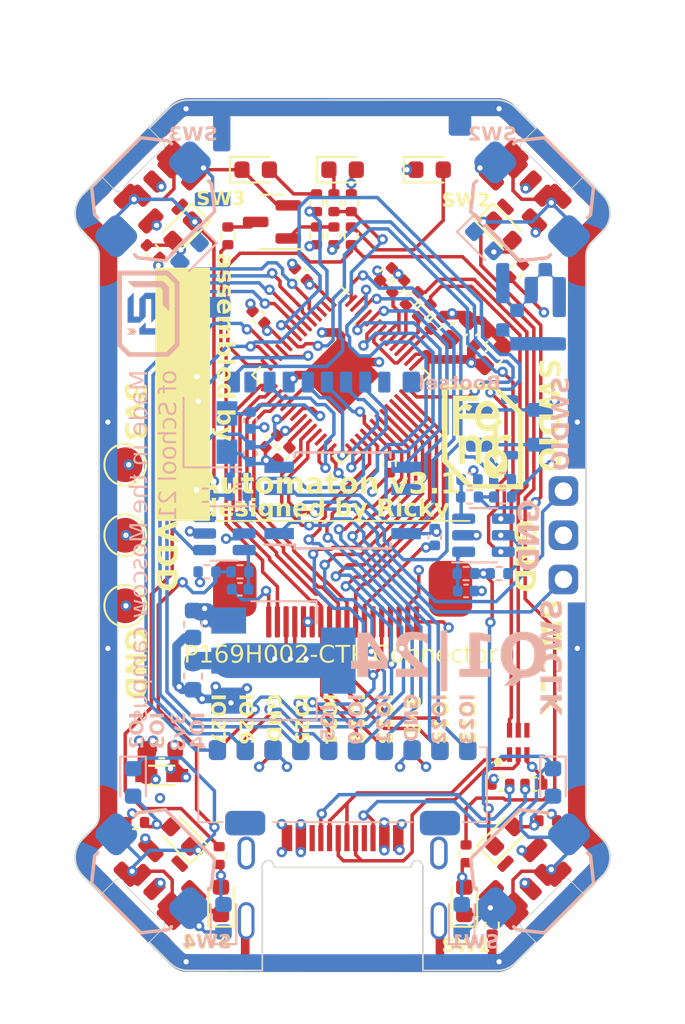
<source format=kicad_pcb>
(kicad_pcb (version 20240108) (generator "pcbnew") (generator_version "8.0")
  (layers (0 "F.Cu" signal) (1 "In1.Cu" signal) (2 "In2.Cu" signal) (31 "B.Cu" signal) (34 "B.Paste" user) (35 "F.Paste" user) (36 "B.SilkS" user "B.Silkscreen") (37 "F.SilkS" user "F.Silkscreen") (38 "B.Mask" user) (39 "F.Mask" user) (44 "Edge.Cuts" user))
  (net 0 "")
  (net 1 "Net-(U3-D_2)")
  (net 2 "GND")
  (net 3 "+3V3")
  (net 4 "Vdd")
  (net 5 "Net-(U1-XIN)")
  (net 6 "Net-(U1-XOUT)")
  (net 7 "Net-(U3-D_1)")
  (net 8 "SHIELD")
  (net 10 "Net-(C22-Pad1)")
  (net 11 "SD_CS")
  (net 12 "MOSI")
  (net 13 "SCK")
  (net 14 "MISO")
  (net 16 "Net-(J2-Switch)")
  (net 17 "DISP_DC")
  (net 18 "D-")
  (net 19 "D+")
  (net 20 "DISP_CS")
  (net 21 "DISP_SPI_SCK")
  (net 22 "DISP_I2C_SDA")
  (net 23 "Net-(J1-CC1)")
  (net 25 "Net-(J1-CC2)")
  (net 27 "DISP_I2C_SCL")
  (net 28 "IO26")
  (net 29 "IO27")
  (net 30 "IO2")
  (net 31 "IO3")
  (net 32 "IO4")
  (net 33 "Net-(U1-~{QSPI_CS})")
  (net 34 "Net-(U1-USB_D-)")
  (net 35 "Net-(U1-USB_D+)")
  (net 36 "IO5")
  (net 37 "IO20")
  (net 38 "IO21")
  (net 39 "IO22")
  (net 40 "IO23")
  (net 41 "Net-(J7-Pin_2)")
  (net 42 "DISP_SPI_MOSI")
  (net 43 "DISP_RST")
  (net 47 "Net-(BOOTSEL1-A)")
  (net 48 "Net-(D7-K)")
  (net 49 "Net-(D6-K)")
  (net 50 "Net-(D5-K)")
  (net 51 "Net-(D8-K)")
  (net 52 "DISP_BK")
  (net 53 "Net-(Q1-G)")
  (net 54 "Net-(Q1-D)")
  (net 55 "LED_STATUS_GREEN")
  (net 56 "Net-(D10-A)")
  (net 57 "Net-(D3-K)")
  (net 58 "DBUG_SWCLK")
  (net 59 "DBUG_SWDIO")
  (net 60 "LED_STATUS_RED")
  (net 61 "Net-(D1-A)")
  (net 62 "Net-(D5-A)")
  (net 63 "Net-(D2-A)")
  (net 64 "Net-(D6-A)")
  (net 65 "Net-(D7-A)")
  (net 66 "Net-(D8-A)")
  (net 67 "Net-(C24-Pad1)")
  (net 68 "Net-(C25-Pad1)")
  (net 69 "Net-(C23-Pad1)")
  (net 70 "Net-(D9-A)")
  (net 71 "SW_4")
  (net 72 "SW_3")
  (net 73 "SW_2")
  (net 74 "Net-(U1-QSPI_SD3)")
  (net 75 "Net-(U1-QSPI_SCLK)")
  (net 76 "Net-(U1-QSPI_SD0)")
  (net 77 "Net-(U1-QSPI_SD2)")
  (net 78 "Net-(U1-QSPI_SD1)")
  (net 79 "SW_1")
  (net 80 "Net-(C15-Pad2)")
  (net 82 "Net-(U1-VREG_VOUT)")
  (footprint "LED_SMD:LED_0603_1608Metric" (layer "F.Cu") (at 0 -21)
    (property "Reference" "D3" (hide yes))
    (property "Value" "CD_LED")
  )
  (footprint "TestPoint:TestPoint_Pad_D2.0mm" (layer "F.Cu") (at -12.5 0)
    (property "Reference" "TP2" (hide yes))
    (property "Value" "TestPoint")
  )
  (footprint "Capacitor_SMD:C_0402_1005Metric" (layer "F.Cu") (at -4.839411 -12.539411 -45)
    (property "Reference" "C12" (hide yes))
    (property "Value" "100nF")
  )
  (footprint "LED_SMD:LED_0603_1608Metric" (layer "F.Cu") (at -9.2 -17.5 -135)
    (property "Reference" "D6" (hide yes))
    (property "Value" "RED")
  )
  (footprint "_buttons:SWSIDE_SMD_PAN_EVPAE" (layer "F.Cu") (at -12.5 22 -45)
    (property "Reference" "SW13" (hide yes))
    (property "Value" "SW_SPST")
    (fp_line (start -1.95 -1.14) (end -1.95 0) (stroke (width 0.05)) (layer "Edge.Cuts"))
    (fp_line (start 1.95 0) (end 1.95 -1.14) (stroke (width 0.05)) (layer "Edge.Cuts"))
    (fp_line (start 1.45 -1.35) (end -1.45 -1.35) (stroke (width 0.05)) (layer "Edge.Cuts"))
    (fp_arc (start -1.95 -1.14) (mid -1.770159 -1.412045) (end -1.45 -1.35) (stroke (width 0.05)) (layer "Edge.Cuts"))
    (fp_arc (start 1.45 -1.35) (mid 1.77016 -1.412047) (end 1.95 -1.14) (stroke (width 0.05)) (layer "Edge.Cuts"))
  )
  (footprint "LED_SMD:LED_0603_1608Metric" (layer "F.Cu") (at 5 -21)
    (property "Reference" "D10" (hide yes))
    (property "Value" "GREEN")
  )
  (footprint "Capacitor_SMD:C_0402_1005Metric" (layer "F.Cu") (at -4.1 -5.4 45)
    (property "Reference" "C13" (hide yes))
    (property "Value" "100nF")
  )
  (footprint "Connector_PinHeader_2.54mm:PinHeader_1x03_P2.54mm_Vertical" (layer "F.Cu") (at 12.7 2.54 180)
    (property "Reference" "J3" (hide yes))
    (property "Value" "DEBUG")
  )
  (footprint "Resistor_SMD:R_0402_1005Metric" (layer "F.Cu") (at 9.1 14.3 180)
    (property "Reference" "R2" (hide yes))
    (property "Value" "5.1k")
  )
  (footprint "_buttons:SWSIDE_SMD_PAN_EVPAE" (layer "F.Cu") (at 12.5 22 45)
    (property "Reference" "SW8" (hide yes))
    (property "Value" "SW_SPST")
    (fp_line (start -1.95 -1.14) (end -1.95 0) (stroke (width 0.05)) (layer "Edge.Cuts"))
    (fp_line (start 1.45 -1.35) (end -1.45 -1.35) (stroke (width 0.05)) (layer "Edge.Cuts"))
    (fp_line (start 1.95 0) (end 1.95 -1.14) (stroke (width 0.05)) (layer "Edge.Cuts"))
    (fp_arc (start -1.95 -1.14) (mid -1.770159 -1.412045) (end -1.45 -1.35) (stroke (width 0.05)) (layer "Edge.Cuts"))
    (fp_arc (start 1.45 -1.35) (mid 1.77016 -1.412047) (end 1.95 -1.14) (stroke (width 0.05)) (layer "Edge.Cuts"))
  )
  (footprint "Resistor_SMD:R_0402_1005Metric" (layer "F.Cu") (at -0.5 -17.2 90)
    (property "Reference" "R8" (hide yes))
    (property "Value" "150")
  )
  (footprint "LED_SMD:LED_0603_1608Metric" (layer "F.Cu") (at 9.2 -17.5 -45)
    (property "Reference" "D7" (hide yes))
    (property "Value" "GREEN")
  )
  (footprint "Resistor_SMD:R_0402_1005Metric" (layer "F.Cu") (at -11.9 16.5 180)
    (property "Reference" "R31" (hide yes))
    (property "Value" "150")
  )
  (footprint "Resistor_SMD:R_0402_1005Metric" (layer "F.Cu") (at 10 -15.2 -135)
    (property "Reference" "R30" (hide yes))
    (property "Value" "150")
  )
  (footprint "Capacitor_SMD:C_0603_1608Metric" (layer "F.Cu") (at 6.7 -11.8 -135)
    (property "Reference" "C17" (hide yes))
    (property "Value" "10uF")
  )
  (footprint "_conn:Conn_FPC_LW05201-18" (layer "F.Cu") (at 0 4.975)
    (property "Reference" "J7" (hide yes))
    (property "Value" "P169H002-CTP Connector")
  )
  (footprint "Package_TO_SOT_SMD:SOT-23" (layer "F.Cu") (at -4.0625 -18 180)
    (property "Reference" "Q1" (hide yes))
    (property "Value" "AO3400A")
  )
  (footprint "Resistor_SMD:R_0402_1005Metric" (layer "F.Cu") (at -7.1 18.4 -90)
    (property "Reference" "R15" (hide yes))
    (property "Value" "750")
  )
  (footprint "Resistor_SMD:R_0402_1005Metric" (layer "F.Cu") (at 4.7 -12.9 45)
    (property "Reference" "R19" (hide yes))
    (property "Value" "27.4")
  )
  (footprint "Capacitor_SMD:C_0402_1005Metric" (layer "F.Cu") (at 5.4 -12.2 -135)
    (property "Reference" "C16" (hide yes))
    (property "Value" "100nF")
  )
  (footprint "Capacitor_SMD:C_0603_1608Metric" (layer "F.Cu") (at 8.7 -10.3 -135)
    (property "Reference" "C14" (hide yes))
    (property "Value" "10uF")
  )
  (footprint "_buttons:SW_SMD_TS-A007" (layer "F.Cu") (at 10.5 20 -135)
    (property "Reference" "REF**" (hide yes))
    (property "Value" "SW_SMD_TS-A007")
  )
  (footprint "Resistor_SMD:R_0402_1005Metric" (layer "F.Cu") (at 11.8 16.4)
    (property "Reference" "R24" (hide yes))
    (property "Value" "750")
  )
  (footprint "_buttons:SW_SMD_TS-A007" (layer "F.Cu") (at -10.5 20 135)
    (property "Reference" "REF**" (hide yes))
    (property "Value" "SW_SMD_TS-A007")
  )
  (footprint "LED_SMD:LED_0603_1608Metric" (layer "F.Cu") (at -5 -21)
    (property "Reference" "D9" (hide yes))
    (property "Value" "RED")
  )
  (footprint "Package_DFN_QFN:QFN-56-1EP_7x7mm_P0.4mm_EP3.2x3.2mm" (layer "F.Cu") (at -0.1 -9.2 -45)
    (property "Reference" "U1" (hide yes))
    (property "Value" "RP2040")
  )
  (footprint "Resistor_SMD:R_0402_1005Metric" (layer "F.Cu") (at 4 -13.6 45)
    (property "Reference" "R20" (hide yes))
    (property "Value" "27.4")
  )
  (footprint "TestPoint:TestPoint_Pad_D2.0mm" (layer "F.Cu") (at -12.5 4.05)
    (property "Reference" "TP3" (hide yes))
    (property "Value" "TestPoint")
  )
  (footprint "LED_SMD:LED_0603_1608Metric" (layer "F.Cu") (at -7 21 90)
    (property "Reference" "D1" (hide yes))
    (property "Value" "RED")
  )
  (footprint "Resistor_SMD:R_0402_1005Metric" (layer "F.Cu") (at 0.5 -19.1 -90)
    (property "Reference" "R13" (hide yes))
    (property "Value" "10k")
  )
  (footprint "Resistor_SMD:R_0402_1005Metric" (layer "F.Cu") (at -1.5 -19.1 90)
    (property "Reference" "R3" (hide yes))
    (property "Value" "750")
  )
  (footprint "Capacitor_SMD:C_0402_1005Metric" (layer "F.Cu") (at -3.4 -4.7 45)
    (property "Reference" "C15" (hide yes))
    (property "Value" "100nF")
  )
  (footprint "Capacitor_SMD:C_0402_1005Metric" (layer "F.Cu") (at 2.5 -15 -135)
    (property "Reference" "C10" (hide yes))
    (property "Value" "100nF")
  )
  (footprint "LED_SMD:LED_0603_1608Metric" (layer "F.Cu") (at -9.3 17.3 135)
    (property "Reference" "D8" (hide yes))
    (property "Value" "ORANGE")
  )
  (footprint "Resistor_SMD:R_0402_1005Metric" (layer "F.Cu") (at -6.6 -17.2 90)
    (property "Reference" "R10" (hide yes))
    (property "Value" "27.4")
  )
  (footprint "Resistor_SMD:R_0402_1005Metric" (layer "F.Cu") (at -10.9 -16.3 -45)
    (property "Reference" "R25" (hide yes))
    (property "Value" "750")
  )
  (footprint "Resistor_SMD:R_0402_1005Metric" (layer "F.Cu") (at -0.5 -19.1 -90)
    (property "Reference" "R12" (hide yes))
    (property "Value" "750")
  )
  (footprint "_buttons:SW_SMD_TS-A007" (layer "F.Cu") (at 10.5 -20 -45)
    (property "Reference" "REF**" (hide yes))
    (property "Value" "SW_SMD_TS-A007")
  )
  (footprint "_buttons:SW_SMD_TS-A007" (layer "F.Cu") (at -10.5 -20 45)
    (property "Reference" "REF**" (hide yes))
    (property "Value" "SW_SMD_TS-A007")
  )
  (footprint "Capacitor_SMD:C_0402_1005Metric" (layer "F.Cu") (at 8 -11.3 -135)
    (property "Reference" "C8" (hide yes))
    (property "Value" "100nF")
  )
  (footprint "_usb:RUICHI_TYPE-C-16PF-020" (layer "F.Cu") (at 0 25)
    (property "Reference" "J1" (hide yes))
    (property "Value" "USB_C_Receptacle_USB2.0")
    (fp_line (start -6 0) (end -4.62 0) (stroke (width 0.1)) (layer "Edge.Cuts"))
    (fp_line (start -4.62 0) (end -4.62 -5.92) (stroke (width 0.1)) (layer "Edge.Cuts"))
    (fp_line (start -3.82 -5.92) (end 3.82 -5.92) (stroke (width 0.1)) (layer "Edge.Cuts"))
    (fp_line (start 4.62 -5.92) (end 4.62 0) (stroke (width 0.1)) (layer "Edge.Cuts"))
    (fp_line (start 4.62 0) (end 6 0) (stroke (width 0.1)) (layer "Edge.Cuts"))
    (fp_arc (start -4.62 -5.92) (mid -4.540343 -6.18731) (end -4.295 -6.32) (stroke (width 0.1)) (layer "Edge.Cuts"))
    (fp_arc (start -4.295 -6.32) (mid -4.07451 -6.24731) (end -3.97 -6.04) (stroke (width 0.1)) (layer "Edge.Cuts"))
    (fp_arc (start -3.82 -5.92) (mid -3.919852 -5.948934) (end -3.97 -6.04) (stroke (width 0.1)) (layer "Edge.Cuts"))
    (fp_arc (start 3.97 -6.04) (mid 3.919853 -5.948934) (end 3.82 -5.92) (stroke (width 0.1)) (layer "Edge.Cuts"))
    (fp_arc (start 3.97 -6.04) (mid 4.07451 -6.24731) (end 4.295 -6.32) (stroke (width 0.1)) (layer "Edge.Cuts"))
    (fp_arc (start 4.295 -6.32) (mid 4.540343 -6.18731) (end 4.62 -5.92) (stroke (width 0.1)) (layer "Edge.Cuts"))
  )
  (footprint "_buttons:SWSIDE_SMD_PAN_EVPAE" (layer "F.Cu") (at -12.5 -22 -135)
    (property "Reference" "SW9" (hide yes))
    (property "Value" "SW_SPST")
    (fp_line (start 1.95 0) (end 1.95 -1.14) (stroke (width 0.05)) (layer "Edge.Cuts"))
    (fp_line (start 1.45 -1.35) (end -1.45 -1.35) (stroke (width 0.05)) (layer "Edge.Cuts"))
    (fp_line (start -1.95 -1.14) (end -1.95 0) (stroke (width 0.05)) (layer "Edge.Cuts"))
    (fp_arc (start 1.45 -1.35) (mid 1.77016 -1.412047) (end 1.95 -1.14) (stroke (width 0.05)) (layer "Edge.Cuts"))
    (fp_arc (start -1.95 -1.14) (mid -1.770159 -1.412045) (end -1.45 -1.35) (stroke (width 0.05)) (layer "Edge.Cuts"))
  )
  (footprint "Capacitor_SMD:C_0402_1005Metric" (layer "F.Cu") (at 3.2 -14.3 -135)
    (property "Reference" "C9" (hide yes))
    (property "Value" "100nF")
  )
  (footprint "Resistor_SMD:R_0402_1005Metric" (layer "F.Cu") (at -1.5 -17.2 -90)
    (property "Reference" "R9" (hide yes))
    (property "Value" "10K")
  )
  (footprint "_conn:Conn_SPRING_10PIN" (layer "F.Cu") (at 0 12.915 180)
    (property "Reference" "J4" (hide yes))
    (property "Value" "Spring_1")
  )
  (footprint "Capacitor_SMD:C_0402_1005Metric" (layer "F.Cu") (at 2.7 -4.08 90)
    (property "Reference" "C7" (hide yes))
    (property "Value" "100nF")
  )
  (footprint "V3_graphics:v3.1_copper" (layer "F.Cu") (at -4.25 5.7)
    (property "Reference" "Ref**" (hide yes))
    (property "Value" "Val**" (hide yes))
  )
  (footprint "_buttons:SWSIDE_SMD_PAN_EVPAE" (layer "F.Cu") (at 12.5 -22 135)
    (property "Reference" "SW12" (hide yes))
    (property "Value" "SW_SPST")
    (fp_line (start 1.45 -1.35) (end -1.45 -1.35) (stroke (width 0.05)) (layer "Edge.Cuts"))
    (fp_line (start 1.95 0) (end 1.95 -1.14) (stroke (width 0.05)) (layer "Edge.Cuts"))
    (fp_line (start -1.95 -1.14) (end -1.95 0) (stroke (width 0.05)) (layer "Edge.Cuts"))
    (fp_arc (start 1.45 -1.35) (mid 1.77016 -1.412047) (end 1.95 -1.14) (stroke (width 0.05)) (layer "Edge.Cuts"))
    (fp_arc (start -1.95 -1.14) (mid -1.770159 -1.412045) (end -1.45 -1.35) (stroke (width 0.05)) (layer "Edge.Cuts"))
  )
  (footprint "Resistor_SMD:R_0402_1005Metric" (layer "F.Cu") (at 0.5 -17.2 90)
    (property "Reference" "R4" (hide yes))
    (property "Value" "150")
  )
  (footprint "Resistor_SMD:R_0402_1005Metric" (layer "F.Cu") (at 8.6 22.4 90)
    (property "Reference" "R11" (hide yes))
    (property "Value" "1M")
  )
  (footprint "LED_SMD:LED_0603_1608Metric" (layer "F.Cu") (at 9.3 17.3 45)
    (property "Reference" "D5" (hide yes))
    (property "Value" "BLUE")
  )
  (footprint "Resistor_SMD:R_0402_1005Metric" (layer "F.Cu") (at 11 14.3)
    (property "Reference" "R1" (hide yes))
    (property "Value" "5.1k(DNP)")
  )
  (footprint "LED_SMD:LED_0603_1608Metric" (layer "F.Cu") (at 7 21 90)
    (property "Reference" "D2" (hide yes))
    (property "Value" "GREEN")
  )
  (footprint "Capacitor_SMD:C_0402_1005Metric" (layer "F.Cu") (at -2.4 -15 -45)
    (property "Reference" "C11" (hide yes))
    (property "Value" "100nF")
  )
  (footprint "V3_graphics:logo" (layer "F.Cu") (at 10.5 -12.6 90)
    (property "Reference" "Ref**" (hide yes))
    (property "Value" "Val**" (hide yes))
  )
  (footprint "Resistor_SMD:R_0402_1005Metric" (layer "F.Cu") (at 7.1 18.3 -90)
    (property "Reference" "R16" (hide yes))
    (property "Value" "150")
  )
  (footprint "Capacitor_SMD:C_0603_1608Metric" (layer "F.Cu") (at -10.4 12.3)
    (property "Reference" "C1" (hide yes))
    (property "Value" "10uF")
  )
  (footprint "_chips:ESD_ECMF02-2AMX6" (layer "F.Cu") (at 10.1 11.9 90)
    (property "Reference" "U3" (hide yes))
    (property "Value" "ECMF02-2AMX6" (hide yes))
  )
  (footprint "TestPoint:TestPoint_Pad_D2.0mm" (layer "F.Cu") (at -12.5 -4.05)
    (property "Reference" "TP1" (hide yes))
    (property "Value" "TestPoint")
  )
  (footprint "_basic:ESD_PGB1010603MR" (layer "F.Cu") (at -10.4 13.8 180)
    (property "Reference" "D4" (hide yes))
    (property "Value" "D_TVS")
  )
  (footprint "_buttons:SW_SMD_PAN_EVPAS" (layer "B.Cu") (at 10.9 -19.3 135)
    (property "Reference" "REF**" (hide yes))
    (property "Value" "SW_SMD_PAN_EVPAS")
  )
  (footprint "_conn:SDCARD_KLS_L-KLS1-SD114-R" (layer "B.Cu") (at 0 -16.5)
    (property "Reference" "J2" (hide yes))
    (property "Value" "Micro_SD_Card")
  )
  (footprint "Resistor_SMD:R_0402_1005Metric" (layer "B.Cu") (at -7.9 -2.3)
    (property "Reference" "R27" (hide yes))
    (property "Value" "10k")
  )
  (footprint "Package_TO_SOT_SMD:SOT-23-6" (layer "B.Cu") (at -6.8 -0.1 180)
    (property "Reference" "U8" (hide yes))
    (property "Value" "SN74LVC2G17")
  )
  (footprint "Resistor_SMD:R_0402_1005Metric" (layer "B.Cu") (at 9 2.2 180)
    (property "Reference" "R26" (hide yes))
    (property "Value" "10k")
  )
  (footprint "Resistor_SMD:R_0402_1005Metric" (layer "B.Cu") (at 9.2 -2.2 180)
    (property "Reference" "R32" (hide yes))
    (property "Value" "10k")
  )
  (footprint "_conn:Conn_SPRING_10PIN" (layer "B.Cu") (at 0 12.915)
    (property "Reference" "J6" (hide yes))
    (property "Value" "Spring_2")
  )
  (footprint "Resistor_SMD:R_0402_1005Metric" (layer "B.Cu") (at 7.3 -2.2)
    (property "Reference" "R34" (hide yes))
    (property "Value" "10k")
  )
  (footprint "V3_graphics:LabLogo2_small" (layer "B.Cu") (at -12.9682 -15.2 180)
    (property "Reference" "Ref**" (hide yes))
    (property "Value" "Val**" (hide yes))
  )
  (footprint "Package_TO_SOT_SMD:SOT-23-6" (layer "B.Cu") (at 8.1 0)
    (property "Reference" "U7" (hide yes))
    (property "Value" "SN74LVC2G17")
  )
  (footprint "LED_SMD:LED_0603_1608Metric" (layer "B.Cu") (at -12.05 14.2 -90)
    (property "Reference" "D8" (hide yes))
    (property "Value" "ORANGE")
  )
  (footprint "Capacitor_SMD:C_0402_1005Metric" (layer "B.Cu") (at -5.3 -4.7 90)
    (property "Reference" "C4" (hide yes))
    (property "Value" "15pF")
  )
  (footprint "Package_TO_SOT_SMD:SOT-223-3_TabPin2" (layer "B.Cu") (at -3.4 7.2)
    (property "Reference" "U5" (hide yes))
    (property "Value" "AMS1117-3.3")
  )
  (footprint "V3_graphics:School_Logo" (layer "B.Cu") (at 8.7024 -9.6126 -90)
    (property "Reference" "Ref**" (hide yes))
    (property "Value" "Val**" (hide yes))
  )
  (footprint "_buttons:SW_SMD_TS-A007" (layer "B.Cu") (at 9.6 -6.2)
    (property "Reference" "BOOTSEL1" (hide yes))
    (property "Value" "BOOTSEL")
  )
  (footprint "LED_SMD:LED_0603_1608Metric" (layer "B.Cu") (at -8.8 -16.25 -135)
    (property "Reference" "D6" (hide yes))
    (property "Value" "RED")
  )
  (footprint "Capacitor_SMD:C_0402_1005Metric" (layer "B.Cu") (at 7.3 -3.2)
    (property "Reference" "C24" (hide yes))
    (property "Value" "100nF")
  )
  (footprint "Capacitor_SMD:C_0603_1608Metric" (layer "B.Cu") (at -8.6 8.1 -90)
    (property "Reference" "C3" (hide yes))
    (property "Value" "10uF")
  )
  (footprint "Resistor_SMD:R_0402_1005Metric" (layer "B.Cu") (at -6 -2.3 180)
    (property "Reference" "R29" (hide yes))
    (property "Value" "10k")
  )
  (footprint "Resistor_SMD:R_0402_1005Metric" (layer "B.Cu") (at -5.9 2.1 180)
    (property "Reference" "R35" (hide yes))
    (property "Value" "10k")
  )
  (footprint "_buttons:SW_SMD_PAN_EVPAS" (layer "B.Cu") (at -10.9 -19.3 45)
    (property "Reference" "REF**" (hide yes))
    (property "Value" "SW_SMD_PAN_EVPAS")
  )
  (footprint "Capacitor_SMD:C_0402_1005Metric" (layer "B.Cu") (at -6 -3.3 180)
    (property "Reference" "C23" (hide yes))
    (property "Value" "100nF")
  )
  (footprint "_buttons:SW_SMD_PAN_EVPAS" (layer "B.Cu") (at -10.9 19.3 135)
    (property "Reference" "REF**" (hide yes))
    (property "Value" "SW_SMD_PAN_EVPAS")
  )
  (footprint "Resistor_SMD:R_0402_1005Metric" (layer "B.Cu") (at 9.2 -3.2 180)
    (property "Reference" "R22" (hide yes))
    (property "Value" "1k")
  )
  (footprint "LED_SMD:LED_0603_1608Metric" (layer "B.Cu") (at 12.1 14.2 -90)
    (property "Reference" "D5" (hide yes))
    (property "Value" "BLUE")
  )
  (footprint "LED_SMD:LED_0603_1608Metric" (layer "B.Cu") (at -6.85 22 90)
    (property "Reference" "D1" (hide yes))
    (property "Value" "RED")
  )
  (footprint "Capacitor_SMD:C_0402_1005Metric" (layer "B.Cu") (at 7.1 3.2)
    (property "Reference" "C22" (hide yes))
    (property "Value" "100nF")
  )
  (footprint "Resistor_SMD:R_0402_1005Metric" (layer "B.Cu") (at -7.8 2.1)
    (property "Reference" "R33" (hide yes))
    (property "Value" "10k")
  )
  (footprint "Capacitor_SMD:C_0402_1005Metric" (layer "B.Cu") (at -5.9 3.1 180)
    (property "Reference" "C25" (hide yes))
    (property "Value" "100nF")
  )
  (footprint "Resistor_SMD:R_0402_1005Metric" (layer "B.Cu") (at 7.1 2.2)
    (property "Reference" "R28" (hide yes))
    (property "Value" "10k")
  )
  (footprint "Capacitor_SMD:C_0603_1608Metric" (layer "B.Cu") (at -8.6 5.1 -90)
    (property "Reference" "C2" (hide yes))
    (property "Value" "10uF")
  )
  (footprint "Capacitor_SMD:C_0402_1005Metric" (layer "B.Cu") (at -5.3 -6.6 90)
    (property "Reference" "C5" (hide yes))
    (property "Value" "15pF")
  )
  (footprint "LED_SMD:LED_0603_1608Metric" (layer "B.Cu") (at 8.15 -16.9 -45)
    (property "Reference" "D7" (hide yes))
    (property "Value" "GREEN")
  )
  (footprint "Capacitor_SMD:C_0402_1005Metric" (layer "B.Cu") (at 5.3 0.1 -90)
    (property "Reference" "C20" (hide yes))
    (property "Value" "100nF")
  )
  (footprint "Crystal:Crystal_SMD_3225-4Pin_3.2x2.5mm" (layer "B.Cu") (at -7.5 -5.9 90)
    (property "Reference" "Y1" (hide yes))
    (property "Value" "Crystal_GND24_Small")
  )
  (footprint "LED_SMD:LED_0603_1608Metric" (layer "B.Cu") (at 6.85 22 90)
    (property "Reference" "D2" (hide yes))
    (property "Value" "GREEN")
  )
  (footprint "Package_SO:SOIC-8W_5.3x5.3mm_P1.27mm" (layer "B.Cu") (at 0 -2)
    (property "Reference" "U2" (hide yes))
    (property "Value" "W25Q128JVPIQ")
  )
  (footprint "_buttons:SW_SMD_PAN_EVPAS" (layer "B.Cu") (at 10.9 19.3 -135)
    (property "Reference" "REF**" (hide yes))
    (property "Value" "SW_SMD_PAN_EVPAS")
  )
  (gr_rect (start -10.7 -15.3) (end -7.7 -0.9) (stroke (width 0.15)) (fill solid) (layer "F.SilkS"))
  (gr_arc (start 14.93934 -19.56066) (mid 15.37868 -18.5) (end 14.93934 -17.43934) (stroke (width 0.1)) (layer "Edge.Cuts"))
  (gr_arc (start 14.305413 16.805413) (mid 14.079371 16.467124) (end 14 16.068081) (stroke (width 0.1)) (layer "Edge.Cuts"))
  (gr_line (start 9.93934 24.56066) (end 11.121142 23.378858) (stroke (width 0.1)) (layer "Edge.Cuts"))
  (gr_arc (start -14.93934 -17.43934) (mid -15.37868 -18.5) (end -14.93934 -19.56066) (stroke (width 0.1)) (layer "Edge.Cuts"))
  (gr_line (start 13.878858 20.621142) (end 14.93934 19.56066) (stroke (width 0.1)) (layer "Edge.Cuts"))
  (gr_arc (start 14.93934 17.43934) (mid 15.37868 18.5) (end 14.93934 19.56066) (stroke (width 0.1)) (layer "Edge.Cuts"))
  (gr_line (start -8.87868 25) (end -6 25) (stroke (width 0.1)) (layer "Edge.Cuts"))
  (gr_line (start 8.87868 -25) (end -8.87868 -25) (stroke (width 0.1)) (layer "Edge.Cuts"))
  (gr_line (start 14.93934 -19.56066) (end 13.878858 -20.621142) (stroke (width 0.1)) (layer "Edge.Cuts"))
  (gr_arc (start 8.87868 -25) (mid 9.452709 -24.885826) (end 9.93934 -24.56066) (stroke (width 0.1)) (layer "Edge.Cuts"))
  (gr_line (start -9.93934 -24.56066) (end -11.121142 -23.378858) (stroke (width 0.1)) (layer "Edge.Cuts"))
  (gr_line (start -11.121142 23.378858) (end -9.93934 24.56066) (stroke (width 0.1)) (layer "Edge.Cuts"))
  (gr_arc (start -14.93934 19.56066) (mid -15.37868 18.5) (end -14.93934 17.43934) (stroke (width 0.1)) (layer "Edge.Cuts"))
  (gr_line (start 14 16.068081) (end 14 -16.068081) (stroke (width 0.1)) (layer "Edge.Cuts"))
  (gr_arc (start 9.93934 24.56066) (mid 9.452704 24.885813) (end 8.87868 25) (stroke (width 0.1)) (layer "Edge.Cuts"))
  (gr_arc (start -8.87868 25) (mid -9.452705 24.885819) (end -9.93934 24.56066) (stroke (width 0.1)) (layer "Edge.Cuts"))
  (gr_arc (start 14 -16.068081) (mid 14.079371 -16.467124) (end 14.305413 -16.805413) (stroke (width 0.1)) (layer "Edge.Cuts"))
  (gr_line (start 11.121142 -23.378858) (end 9.93934 -24.56066) (stroke (width 0.1)) (layer "Edge.Cuts"))
  (gr_arc (start -14 16.068081) (mid -14.079374 16.467122) (end -14.305413 16.805413) (stroke (width 0.1)) (layer "Edge.Cuts"))
  (gr_line (start 14.305413 -16.805413) (end 14.93934 -17.43934) (stroke (width 0.1)) (layer "Edge.Cuts"))
  (gr_line (start -14.93934 -17.43934) (end -14.305413 -16.805413) (stroke (width 0.1)) (layer "Edge.Cuts"))
  (gr_arc (start -14.305413 -16.805413) (mid -14.079374 -16.467122) (end -14 -16.068081) (stroke (width 0.1)) (layer "Edge.Cuts"))
  (gr_line (start -14.93934 19.56066) (end -13.878858 20.621142) (stroke (width 0.1)) (layer "Edge.Cuts"))
  (gr_line (start 14.93934 17.43934) (end 14.305413 16.805413) (stroke (width 0.1)) (layer "Edge.Cuts"))
  (gr_line (start -13.878858 -20.621142) (end -14.93934 -19.56066) (stroke (width 0.1)) (layer "Edge.Cuts"))
  (gr_line (start 8.87868 25) (end 6 25) (stroke (width 0.1)) (layer "Edge.Cuts"))
  (gr_arc (start -9.93934 -24.56066) (mid -9.452705 -24.885819) (end -8.87868 -25) (stroke (width 0.1)) (layer "Edge.Cuts"))
  (gr_line (start -14 -16.068081) (end -14 16.068081) (stroke (width 0.1)) (layer "Edge.Cuts"))
  (gr_line (start -14.305413 16.805413) (end -14.93934 17.43934) (stroke (width 0.1)) (layer "Edge.Cuts"))
  (gr_text "GND" (at 10.8 0 -270) (layer "B.SilkS") (effects (font (size 1.2 1.2) (thickness 0.3) (bold yes)) (justify mirror)))
  (gr_text "GND" (at 4 9.1 -270) (layer "B.SilkS") (effects (font (size 0.8 0.8) (thickness 0.2) (bold yes)) (justify left mirror)))
  (gr_text "IO23" (at 7.2 9.1 90) (layer "B.SilkS") (effects (font (size 0.8 0.8) (thickness 0.2) (bold yes)) (justify left mirror)))
  (gr_text "SW1" (at 7.6 23.4 0) (layer "B.SilkS") (effects (font (size 0.8 0.8) (thickness 0.2) (bold yes)) (justify mirror)))
  (gr_text "SW4" (at -7.8 23.4 0) (layer "B.SilkS") (effects (font (size 0.8 0.8) (thickness 0.2) (bold yes)) (justify mirror)))
  (gr_text "IO20" (at 0.8 9.1 90) (layer "B.SilkS") (effects (font (size 0.8 0.8) (thickness 0.2) (bold yes)) (justify left mirror)))
  (gr_text "SWCLK" (at 12.1 7 -270) (layer "B.SilkS") (effects (font (size 1.2 1.2) (thickness 0.3) (bold yes)) (justify mirror)))
  (gr_text "3v3" (at -9.4 10.15 -270) (layer "B.SilkS") (effects (font (size 0.8 0.8) (thickness 0.2) (bold yes)) (justify left mirror)))
  (gr_text "IO21" (at 2.4 9.1 90) (layer "B.SilkS") (effects (font (size 0.8 0.8) (thickness 0.2) (bold yes)) (justify left mirror)))
  (gr_text "IO5" (at -0.8 9.7 90) (layer "B.SilkS") (effects (font (size 0.8 0.8) (thickness 0.2) (bold yes)) (justify left mirror)))
  (gr_text "IO4" (at -8.3 10.15 90) (layer "B.SilkS") (effects (font (size 0.8 0.8) (thickness 0.2) (bold yes)) (justify left mirror)))
  (gr_text "SW2" (at 8.6 -23 0) (layer "B.SilkS") (effects (font (size 0.8 0.8) (thickness 0.2) (bold yes)) (justify mirror)))
  (gr_text "IO22" (at 5.6 9.1 90) (layer "B.SilkS") (effects (font (size 0.8 0.8) (thickness 0.2) (bold yes)) (justify left mirror)))
  (gr_text "IO3" (at -10.6 10.15 90) (layer "B.SilkS") (effects (font (size 0.8 0.8) (thickness 0.2) (bold yes)) (justify left mirror)))
  (gr_text "IO2" (at -11.8 10.15 90) (layer "B.SilkS") (effects (font (size 0.8 0.8) (thickness 0.2) (bold yes)) (justify left mirror)))
  (gr_text "Bootsel" (at 9.1 -8.7 0) (layer "B.SilkS") (effects (font (size 0.8 0.8) (thickness 0.2) (bold yes)) (justify left mirror)))
  (gr_text "SW3" (at -8.6 -23 0) (layer "B.SilkS") (effects (font (size 0.8 0.8) (thickness 0.2) (bold yes)) (justify mirror)))
  (gr_text "SWDIO" (at 12.6 -6.4 90) (layer "B.SilkS") (effects (font (size 1 1) (thickness 0.25) (bold yes)) (justify mirror)))
  (gr_text "Made in the Moscow campus\nof School 21" (at -9.4 -9.5 90) (layer "B.SilkS") (effects (font (size 1 1)) (justify left bottom mirror)))
  (gr_text "Q1|24" (at 6.1 7.1 0) (layer "B.SilkS") (effects (font (size 2.5 2.5) (thickness 0.25) (bold yes)) (justify mirror)))
  (gr_text "IO27" (at -7.2 9.1 270) (layer "F.SilkS") (effects (font (size 0.8 0.8) (thickness 0.2) (bold yes)) (justify left)))
  (gr_text "IO24" (at -0.8 9.1 270) (layer "F.SilkS") (effects (font (size 0.8 0.8) (thickness 0.2) (bold yes)) (justify left)))
  (gr_text "assembled by" (at -6.8 -10.8 270) (layer "F.SilkS") (effects (font (size 1 1) (thickness 0.25) (bold yes))))
  (gr_text "SW1" (at 7.1 23.6 0) (layer "F.SilkS") (effects (font (size 0.8 0.8) (thickness 0.2) (bold yes))))
  (gr_text "SW2" (at 7.1 -19.2 0) (layer "F.SilkS") (effects (font (size 0.8 0.8) (thickness 0.2) (bold yes))))
  (gr_text "SW4" (at -7.8 23.4 0) (layer "F.SilkS") (effects (font (size 0.8 0.8) (thickness 0.2) (bold yes))))
  (gr_text "designed by Ricky" (at -1 -1.5 0) (layer "F.SilkS") (effects (font (size 1 1) (thickness 0.25) (bold yes))))
  (gr_text "SWDIO" (at 11.8 -6.9 270) (layer "F.SilkS") (effects (font (size 1.2 1.2) (thickness 0.3) (bold yes))))
  (gr_text "GND" (at 10.4 1.2 270) (layer "F.SilkS") (effects (font (size 1.2 1.2) (thickness 0.3) (bold yes))))
  (gr_text "SWCLK" (at 11.9 7 270) (layer "F.SilkS") (effects (font (size 1.2 1.2) (thickness 0.3) (bold yes))))
  (gr_text "3v3" (at 4 9.2 270) (layer "F.SilkS") (effects (font (size 0.8 0.8) (thickness 0.2) (bold yes)) (justify left)))
  (gr_text "GND" (at -12 7.4 270) (layer "F.SilkS") (effects (font (size 1.2 1.2) (thickness 0.3) (bold yes))))
  (gr_text "SW3" (at -7 -19.3 0) (layer "F.SilkS") (effects (font (size 0.8 0.8) (thickness 0.2) (bold yes))))
  (gr_text "IO12" (at 0.8 9.1 270) (layer "F.SilkS") (effects (font (size 0.8 0.8) (thickness 0.2) (bold yes)) (justify left)))
  (gr_text "IO13" (at 2.4 9.1 270) (layer "F.SilkS") (effects (font (size 0.8 0.8) (thickness 0.2) (bold yes)) (justify left)))
  (gr_text "3v3" (at -12 -7.1 270) (layer "F.SilkS") (effects (font (size 1.2 1.2) (thickness 0.3) (bold yes))))
  (gr_text "IO14" (at 5.6 9.1 270) (layer "F.SilkS") (effects (font (size 0.8 0.8) (thickness 0.2) (bold yes)) (justify left)))
  (gr_text "IO15" (at 7.2 9.1 270) (layer "F.SilkS") (effects (font (size 0.8 0.8) (thickness 0.2) (bold yes)) (justify left)))
  (gr_text "GND" (at -4 9.1 270) (layer "F.SilkS") (effects (font (size 0.8 0.8) (thickness 0.2) (bold yes)) (justify left)))
  (gr_text "Automaton v3.1" (at -0.8 -2.9 0) (layer "F.SilkS") (effects (font (size 1.2 1.2) (thickness 0.3) (bold yes))))
  (gr_text "IO25" (at -2.4 9.1 270) (layer "F.SilkS") (effects (font (size 0.8 0.8) (thickness 0.2) (bold yes)) (justify left)))
  (gr_text "IO26" (at -5.6 9.1 270) (layer "F.SilkS") (effects (font (size 0.8 0.8) (thickness 0.2) (bold yes)) (justify left)))
  (gr_text "VDD" (at -10.2 1.2 270) (layer "F.SilkS") (effects (font (size 1.2 1.2) (thickness 0.3) (bold yes))))
  (via (at -9 24.5) (size 0.6) (drill 0.3) (layers "F.Cu" "B.Cu") (net 0))
  (via (at 9 24.5) (size 0.6) (drill 0.3) (layers "F.Cu" "B.Cu") (net 0))
  (via (at 13.5 6.5) (size 0.6) (drill 0.3) (layers "F.Cu" "B.Cu") (net 0))
  (via (at -9 -24.5) (size 0.6) (drill 0.3) (layers "F.Cu" "B.Cu") (net 0))
  (via (at -13.5 6.5) (size 0.6) (drill 0.3) (layers "F.Cu" "B.Cu") (net 0))
  (via (at 9 -24.5) (size 0.6) (drill 0.3) (layers "F.Cu" "B.Cu") (net 0))
  (via (at -13.5 -6.5) (size 0.6) (drill 0.3) (layers "F.Cu" "B.Cu") (net 0))
  (via (at 13.5 -6.5) (size 0.6) (drill 0.3) (layers "F.Cu" "B.Cu") (net 0))
  (segment (start 10.1 13.1) (end 9.8 13.4) (width 0.2) (layer "F.Cu") (net 1))
  (segment (start 0.05 18.7) (end 1.1 18.7) (width 0.2) (layer "F.Cu") (net 1))
  (segment (start 4 16.065761) (end 4 18.2) (width 0.2) (layer "F.Cu") (net 1))
  (segment (start 6.440686 15.2) (end 4.865761 15.2) (width 0.2) (layer "F.Cu") (net 1))
  (segment (start 4.865761 15.2) (end 4 16.065761) (width 0.2) (layer "F.Cu") (net 1))
  (segment (start 1.1 18.7) (end 0.75 18.35) (width 0.2) (layer "F.Cu") (net 1))
  (segment (start 0.75 18.35) (end 0.75 17.4) (width 0.2) (layer "F.Cu") (net 1))
  (segment (start 8.240686 13.4) (end 6.440686 15.2) (width 0.2) (layer "F.Cu") (net 1))
  (segment (start -0.25 17.4) (end -0.25 18.4) (width 0.2) (layer "F.Cu") (net 1))
  (segment (start 10.1 12.6) (end 10.1 13.1) (width 0.2) (layer "F.Cu") (net 1))
  (segment (start -0.25 18.4) (end 0.05 18.7) (width 0.2) (layer "F.Cu") (net 1))
  (segment (start 3.5 18.7) (end 1.1 18.7) (width 0.2) (layer "F.Cu") (net 1))
  (segment (start 4 18.2) (end 3.5 18.7) (width 0.2) (layer "F.Cu") (net 1))
  (segment (start 9.8 13.4) (end 8.240686 13.4) (width 0.2) (layer "F.Cu") (net 1))
  (segment (start 8.555456 21.845456) (end 8.6 21.89) (width 0.2) (layer "F.Cu") (net 2))
  (segment (start 10.898176 13.301824) (end 10.6 13.003648) (width 0.2) (layer "F.Cu") (net 2))
  (segment (start -4 12.5) (end -4.8 13.3) (width 0.2) (layer "F.Cu") (net 2))
  (segment (start 1.7 -2.5) (end 2.7 -3.5) (width 0.2) (layer "F.Cu") (net 2))
  (segment (start 7.987449 -12.348008) (end 7.248008 -12.348008) (width 0.5) (layer "F.Cu") (net 2))
  (segment (start -8.555456 20.53033) (end -8.25 20.835786) (width 0.2) (layer "F.Cu") (net 2))
  (segment (start 2.1 -9.952178) (end 0.652178 -9.952178) (width 0.5) (layer "F.Cu") (net 2))
  (segment (start -0.285314 -11.648056) (end -0.1 -11.462742) (width 0.5) (layer "F.Cu") (net 2))
  (segment (start -9.680244 12.045256) (end -9.680244 13.219256) (width 0.5) (layer "F.Cu") (net 2))
  (segment (start 2.7 -3.5) (end 2.7 -3.6) (width 0.2) (layer "F.Cu") (net 2))
  (segment (start -4 12.34) (end -4 12.5) (width 0.2) (layer "F.Cu") (net 2))
  (segment (start -4.25 4.975) (end -4.25 3.35) (width 0.2) (layer "F.Cu") (net 2))
  (segment (start -4.439411 -5.060589) (end -4.439411 -4.339411) (width 0.2) (layer "F.Cu") (net 2))
  (segment (start 4.25 4.975) (end 5.7745 4.975) (width 0.2) (layer "F.Cu") (net 2))
  (segment (start -7 21.7875) (end -7.298286 21.7875) (width 0.2) (layer "F.Cu") (net 2))
  (segment (start -4.439411 -4.339411) (end -4.4 -4.3) (width 0.2) (layer "F.Cu") (net 2))
  (segment (start -7.9 -21) (end -8 -21.1) (width 0.2) (layer "F.Cu") (net 2))
  (segment (start -7.298286 21.7875) (end -8.555456 20.53033) (width 0.2) (layer "F.Cu") (net 2))
  (segment (start 0.652178 -9.952178) (end -0.1 -9.2) (width 0.5) (layer "F.Cu") (net 2))
  (segment (start -3.739411 -4.360589) (end -4.339411 -4.360589) (width 0.2) (layer "F.Cu") (net 2))
  (segment (start 5.847297 -12.647297) (end 6.948719 -12.647297) (width 0.5) (layer "F.Cu") (net 2))
  (segment (start 5.739411 -12.539411) (end 5.847297 -12.647297) (width 0.5) (layer "F.Cu") (net 2))
  (segment (start 7.056605 -12.539411) (end 7.248008 -12.348008) (width 0.2) (layer "F.Cu") (net 2))
  (segment (start 1.25 4.04467) (end 1.25 4.975) (width 0.2) (layer "F.Cu") (net 2))
  (segment (start -1.514213 -9.2) (end -0.1 -9.2) (width 0.2) (layer "F.Cu") (net 2))
  (segment (start -3.125 -18.95) (end -3.7375 -18.95) (width 0.2) (layer "F.Cu") (net 2))
  (segment (start 8.555456 20.53033) (end 8.555456 21.845456) (width 0.2) (layer "F.Cu") (net 2))
  (segment (start -1.185413 -11.648056) (end -0.285314 -11.648056) (width 0.5) (layer "F.Cu") (net 2))
  (segment (start -8.25 20.835786) (end -8.25 22.45) (width 0.2) (layer "F.Cu") (net 2))
  (segment (start 4.8 0.7) (end 4.59467 0.7) (width 0.2) (layer "F.Cu") (net 2))
  (segment (start 11.51 13.913648) (end 11.51 14.3) (width 0.2) (layer "F.Cu") (net 2))
  (segment (start -3.7375 -18.95) (end -5.7875 -21) (width 0.2) (layer "F.Cu") (net 2))
  (segment (start 9.248008 -10.885643) (end 9.248008 -10.848008) (width 0.5) (layer "F.Cu") (net 2))
  (segment (start 5.7745 4.975) (end 6.0995 5.3) (width 0.2) (layer "F.Cu") (net 2))
  (segment (start 8.1125 21.7875) (end 8.5 21.4) (width 0.2) (layer "F.Cu") (net 2))
  (segment (start 9.348911 -10.986546) (end 9.248008 -10.885643) (width 0.5) (layer "F.Cu") (net 2))
  (segment (start -0.1 -11.462742) (end -0.1 -9.2) (width 0.5) (layer "F.Cu") (net 2))
  (segment (start -5.7875 -21) (end -7.9 -21) (width 0.2) (layer "F.Cu") (net 2))
  (segment (start 10.898176 13.301824) (end 11.51 13.913648) (width 0.2) (layer "F.Cu") (net 2))
  (segment (start 10.6 13.003648) (end 10.6 12.6) (width 0.2) (layer "F.Cu") (net 2))
  (segment (start 9.348911 -10.986546) (end 7.987449 -12.348008) (width 0.5) (layer "F.Cu") (net 2))
  (segment (start 6.948719 -12.647297) (end 7.056605 -12.539411) (width 0.5) (layer "F.Cu") (net 2))
  (segment (start 7 21.7875) (end 8.1125 21.7875) (width 0.2) (layer "F.Cu") (net 2))
  (segment (start -4.339411 -4.360589) (end -4.4 -4.3) (width 0.2) (layer "F.Cu") (net 2))
  (segment (start -3.237786 -7.476427) (end -1.514213 -9.2) (width 0.2) (layer "F.Cu") (net 2))
  (segment (start -9.680244 13.219256) (end -8.9995 13.9) (width 0.5) (layer "F.Cu") (net 2))
  (segment (start -4.25 3.35) (end -4.4 3.2) (width 0.2) (layer "F.Cu") (net 2))
  (segment (start -2.6495 -9.2) (end -2.8495 -9) (width 0.5) (layer "F.Cu") (net 2))
  (segment (start -2.25 4.975) (end -1.75 4.975) (width 0.2) (layer "F.Cu") (net 2))
  (segment (start -0.1 -9.2) (end -2.6495 -9.2) (width 0.5) (layer "F.Cu") (net 2))
  (segment (start 4.59467 0.7) (end 1.25 4.04467) (width 0.2) (layer "F.Cu") (net 2))
  (via (at -5.3005 -13.3) (size 0.6) (drill 0.3) (layers "F.Cu" "B.Cu") (net 2))
  (via (at 8.5 21.4) (size 0.6) (drill 0.3) (layers "F.Cu" "B.Cu") (net 2))
  (via (at 10.523911 -19.923911) (size 0.6) (drill 0.3) (layers "F.Cu" "B.Cu") (net 2))
  (via (at 8.7 13.9995) (size 0.6) (drill 0.3) (layers "F.Cu" "B.Cu") (net 2))
  (via (at -10.473911 19.973911) (size 0.6) (drill 0.3) (layers "F.Cu" "B.Cu") (net 2))
  (via (at 6.0995 5.3) (size 0.6) (drill 0.3) (layers "F.Cu" "B.Cu") (net 2))
  (via (at -8.9995 13.9) (size 0.6) (drill 0.3) (layers "F.Cu" "B.Cu") (net 2))
  (via (at 3.2 -15) (size 0.6) (drill 0.3) (layers "F.Cu" "B.Cu") (net 2))
  (via (at -8.3 -7.7) (size 0.6) (drill 0.3) (layers "F.Cu" "B.Cu") (net 2))
  (via (at 3.7 -21) (size 0.6) (drill 0.3) (layers "F.Cu" "B.Cu") (net 2))
  (via (at 3.4 16.6) (size 0.6) (drill 0.3) (layers "F.Cu" "B.Cu") (net 2))
  (via (at -5.5 8.8) (size 0.6) (drill 0.3) (layers "F.Cu" "B.Cu") (net 2))
  (via (at -8.25 22.45) (size 0.6) (drill 0.3) (layers "F.Cu" "B.Cu") (net 2))
  (via (at 3.276089 18.076089) (size 0.6) (drill 0.3) (layers "F.Cu" "B.Cu") (net 2))
  (via (at -9.4 8.7) (size 0.6) (drill 0.3) (layers "F.Cu" "B.Cu") (net 2))
  (via (at 10.3 18.1) (size 0.6) (drill 0.3) (layers "F.Cu" "B.Cu") (net 2))
  (via (at 7.9 -21.1) (size 0.6) (drill 0.3) (layers "F.Cu" "B.Cu") (net 2))
  (via (at -8 -21.1) (size 0.6) (drill 0.3) (layers "F.Cu" "B.Cu") (net 2))
  (via (at -10.7 -17.8) (size 0.6) (drill 0.3) (layers "F.Cu" "B.Cu") (net 2))
  (via (at -4.8 13.3) (size 0.6) (drill 0.3) (layers "F.Cu" "B.Cu") (net 2))
  (via (at 12.2 -7.7) (size 0.6) (drill 0.3) (layers "F.Cu" "B.Cu") (net 2))
  (via (at -8.075 9.4) (size 0.6) (drill 0.3) (layers "F.Cu" "B.Cu") (net 2))
  (via (at 2.1 -9.952178) (size 0.6) (drill 0.3) (layers "F.Cu" "B.Cu") (net 2))
  (via (at -9.9 13.4) (size 0.6) (drill 0.3) (layers "F.Cu" "B.Cu") (net 2))
  (via (at -7.3 8.7) (size 0.6) (drill 0.3) (layers "F.Cu" "B.Cu") (net 2))
  (via (at 4.8 0.7) (size 0.6) (drill 0.3) (layers "F.Cu" "B.Cu") (net 2))
  (via (at 6.300263 -12.74756) (size 0.6) (drill 0.3) (layers "F.Cu" "B.Cu") (net 2))
  (via (at 1.7 -2.5) (size 0.6) (drill 0.3) (layers "F.Cu" "B.Cu") (net 2))
  (via (at -3.5 18.2) (size 0.6) (drill 0.3) (layers "F.Cu" "B.Cu") (net 2))
  (via (at -2.8495 -9) (size 0.6) (drill 0.3) (layers "F.Cu" "B.Cu") (net 2))
  (via (at -6.420583 9.629418) (size 0.6) (drill 0.3) (layers "F.Cu" "B.Cu") (net 2))
  (via (at -1.185413 -11.648056) (size 0.6) (drill 0.3) (layers "F.Cu" "B.Cu") (net 2))
  (via (at 11.1 -17.4) (size 0.6) (drill 0.3) (layers "F.Cu" "B.Cu") (net 2))
  (via (at -4.4 3.2) (size 0.6) (drill 0.3) (layers "F.Cu" "B.Cu") (net 2))
  (via (at -6.7 0.2) (size 0.6) (drill 0.3) (layers "F.Cu" "B.Cu") (net 2))
  (via (at -4.4 -4.3) (size 0.6) (drill 0.3) (layers "F.Cu" "B.Cu") (net 2))
  (via (at -9.680244 12.045256) (size 0.6) (drill 0.3) (layers "F.Cu" "B.Cu") (net 2))
  (via (at 8 3.2) (size 0.6) (drill 0.3) (layers "F.Cu" "B.Cu") (net 2))
  (via (at -12.463021 4.049988) (size 0.6) (drill 0.3) (layers "F.Cu" "B.Cu") (net 2))
  (via (at -2.9 -15.6005) (size 0.6) (drill 0.3) (layers "F.Cu" "B.Cu") (net 2))
  (via (at -1.9 -16.6) (size 0.6) (drill 0.3) (layers "F.Cu" "B.Cu") (net 2))
  (via (at 7.7 0) (size 0.6) (drill 0.3) (layers "F.Cu" "B.Cu") (net 2))
  (via (at -4.5 -6.2) (size 0.6) (drill 0.3) (layers "F.Cu" "B.Cu") (net 2))
  (via (at 3.3 13.3) (size 0.6) (drill 0.3) (layers "F.Cu" "B.Cu") (net 2))
  (via (at -3.5 16.6) (size 0.6) (drill 0.3) (layers "F.Cu" "B.Cu") (net 2))
  (via (at -10.424161 -20.023661) (size 0.6) (drill 0.3) (layers "F.Cu" "B.Cu") (net 2))
  (via (at 10.474161 19.973661) (size 0.6) (drill 0.3) (layers "F.Cu" "B.Cu") (net 2))
  (via (at -11.345959 17.426644) (size 0.6) (drill 0.3) (layers "F.Cu" "B.Cu") (net 2))
  (via (at 10.898176 13.301824) (size 0.6) (drill 0.3) (layers "F.Cu" "B.Cu") (net 2))
  (via (at 7.522535 -3.722535) (size 0.6) (drill 0.3) (layers "F.Cu" "B.Cu") (net 2))
  (via (at -2 4.975) (size 0.6) (drill 0.3) (layers "F.Cu" "B.Cu") (net 2))
  (segment (start -6.4 -4.45) (end -6.4 -3.38) (width 0.2) (layer "B.Cu") (net 2))
  (segment (start -5.12 -6.2) (end -4.5 -6.2) (width 0.2) (layer "B.Cu") (net 2))
  (segment (start -9.225 8.875) (end -8.6 8.875) (width 0.5) (layer "B.Cu") (net 2))
  (segment (start -6.65 -4.7) (end -6.4 -4.45) (width 0.2) (layer "B.Cu") (net 2))
  (segment (start 11.35 -7.2) (end 7.85 -7.2) (width 0.2) (layer "B.Cu") (net 2))
  (segment (start -6.65 9.4) (end -6.55 9.5) (width 0.5) (layer "B.Cu") (net 2))
  (segment (start 6.85 22.7875) (end 7.1125 22.7875) (width 0.2) (layer "B.Cu") (net 2))
  (segment (start -5.3 -4.12) (end -5.88 -4.7) (width 0.2) (layer "B.Cu") (net 2))
  (segment (start -8.6 8.875) (end -8.075 9.4) (width 0.5) (layer "B.Cu") (net 2))
  (segment (start -9.55 6.35) (end -9.55 8.55) (width 0.5) (layer "B.Cu") (net 2))
  (segment (start -7.9125 22.7875) (end -8.25 22.45) (width 0.2) (layer "B.Cu") (net 2))
  (segment (start -4.4 -4.3) (end -4.58 -4.12) (width 0.2) (layer "B.Cu") (net 2))
  (segment (start -6.7 0.2) (end -5.9625 0.2) (width 0.2) (layer "B.Cu") (net 2))
  (segment (start -6.4 -3.38) (end -6.48 -3.3) (width 0.2) (layer "B.Cu") (net 2))
  (segment (start -6.38 3.1) (end -5.77 3.71) (width 0.2) (layer "B.Cu") (net 2))
  (segment (start -9.075 5.875) (end -9.55 6.35) (width 0.5) (layer "B.Cu") (net 2))
  (segment (start -4.4 -4.3) (end -4.045 -4.3) (width 0.2) (layer "B.Cu") (net 2))
  (segment (start -4.58 -4.12) (end -5.3 -4.12) (width 0.2) (layer "B.Cu") (net 2))
  (segment (start -8.6 5.875) (end -9.075 5.875) (width 0.5) (layer "B.Cu") (net 2))
  (segment (start -8.075 9.4) (end -6.65 9.4) (width 0.5) (layer "B.Cu") (net 2))
  (segment (start -5.88 -4.7) (end -6.65 -4.7) (width 0.2) (layer "B.Cu") (net 2))
  (segment (start 3.3 13.3) (end 3.3 13.04) (width 0.2) (layer "B.Cu") (net 2))
  (segment (start 7.1125 22.7875) (end 8.5 21.4) (width 0.2) (layer "B.Cu") (net 2))
  (segment (start -4.045 -4.3) (end -3.65 -3.905) (width 0.2) (layer "B.Cu") (net 2))
  (segment (start -7.475 -19.3) (end -7.475 -20.575) (width 0.2) (layer "B.Cu") (net 2))
  (segment (start -5.9625 0.2) (end -5.6625 -0.1) (width 0.2) (layer "B.Cu") (net 2))
  (segment (start -4.91 3.71) (end -4.4 3.2) (width 0.2) (layer "B.Cu") (net 2))
  (segment (start -5.77 3.71) (end -4.91 3.71) (width 0.2) (layer "B.Cu") (net 2))
  (segment (start -5.3 -6.02) (end -5.12 -6.2) (width 0.2) (layer "B.Cu") (net 2))
  (segment (start 3.3 13.04) (end 4 12.34) (width 0.2) (layer "B.Cu") (net 2))
  (segment (start -9.55 8.55) (end -9.225 8.875) (width 0.5) (layer "B.Cu") (net 2))
  (segment (start -7.475 -20.575) (end -8 -21.1) (width 0.2) (layer "B.Cu") (net 2))
  (segment (start -6.85 22.7875) (end -7.9125 22.7875) (width 0.2) (layer "B.Cu") (net 2))
  (segment (start 0.5 -19.61) (end 0.5 -20.7125) (width 0.2) (layer "F.Cu") (net 3))
  (segment (start -12.101648 16.191648) (end -12.41 16.5) (width 0.2) (layer "F.Cu") (net 3))
  (segment (start 2.160589 -14.660589) (end 2.860589 -13.960589) (width 0.2) (layer "F.Cu") (net 3))
  (segment (start -1.9 -14.4) (end -1.623045 -14.4) (width 0.2) (layer "F.Cu") (net 3))
  (segment (start 11.580482 -12.804332) (end 9.639376 -14.745438) (width 0.2) (layer "F.Cu") (net 3))
  (segment (start 1.247056 -6.438731) (end 1.623573 -6.062214) (width 0.2) (layer "F.Cu") (net 3))
  (segment (start -4.5 -12.185787) (end -3.237786 -10.923573) (width 0.2) (layer "F.Cu") (net 3))
  (segment (start 4.211269 -10.4) (end 3.886314 -10.075045) (width 0.2) (layer "F.Cu") (net 3))
  (segment (start 3.239376 -12.833275) (end 3.239376 -12.746949) (width 0.2) (layer "F.Cu") (net 3))
  (segment (start 1 -7.1) (end 1.247056 -6.852944) (width 0.2) (layer "F.Cu") (net 3))
  (segment (start 2.7 -4.985787) (end 2.7 -4.56) (width 0.2) (layer "F.Cu") (net 3))
  (segment (start 4.169157 -8.607798) (end 4.9 -9.338641) (width 0.2) (layer "F.Cu") (net 3))
  (segment (start 12.024724 16.114724) (end 12.31 16.4) (width 0.2) (layer "F.Cu") (net 3))
  (segment (start 3.239376 -12.256535) (end 2.472101 -11.489258) (width 0.2) (layer "F.Cu") (net 3))
  (segment (start 12.024724 16.007823) (end 12.024724 16.114724) (width 0.2) (layer "F.Cu") (net 3))
  (segment (start -12.101648 15.977737) (end -12.101648 16.191648) (width 0.2) (layer "F.Cu") (net 3))
  (segment (start 5.1 -10.1) (end 4.8 -10.4) (width 0.5) (layer "F.Cu") (net 3))
  (segment (start 2.9 -13.921178) (end 2.9 -13.172651) (width 0.2) (layer "F.Cu") (net 3))
  (segment (start -3.25 6.85) (end -3 7.1) (width 0.2) (layer "F.Cu") (net 3))
  (segment (start 4.9 -9.338641) (end 4.9 -9.9) (width 0.2) (layer "F.Cu") (net 3))
  (segment (start 1.247056 -6.852944) (end 1.247056 -6.438731) (width 0.2) (layer "F.Cu") (net 3))
  (segment (start -1.9 -14.5) (end -2.060589 -14.660589) (width 0.2) (layer "F.Cu") (net 3))
  (segment (start 4.381124 1.9995) (end 4.381124 3.413546) (width 0.2) (layer "F.Cu") (net 3))
  (segment (start 3.239376 -12.746949) (end 3.239376 -12.256535) (width 0.2) (layer "F.Cu") (net 3))
  (segment (start 4.381124 3.413546) (end 3.75 4.04467) (width 0.2) (layer "F.Cu") (net 3))
  (segment (start 4 12.34) (end 4 12.5) (width 0.2) (layer "F.Cu") (net 3))
  (segment (start 2.160589 -14.660589) (end 2.160589 -15.039411) (width 0.2) (layer "F.Cu") (net 3))
  (segment (start 9.639376 -14.745438) (end 9.639376 -14.839376) (width 0.2) (layer "F.Cu") (net 3))
  (segment (start 4.8 -10.4) (end 4.211269 -10.4) (width 0.2) (layer "F.Cu") (net 3))
  (segment (start -4.5 -12.2) (end -4.5 -12.185787) (width 0.2) (layer "F.Cu") (net 3))
  (segment (start 2.860589 -13.960589) (end 2.9 -13.921178) (width 0.2) (layer "F.Cu") (net 3))
  (segment (start 7.660589 -10.960589) (end 7.3995 -10.6995) (width 0.5) (layer "F.Cu") (net 3))
  (segment (start 4.9 -9.9) (end 5.1 -10.1) (width 0.2) (layer "F.Cu") (net 3))
  (segment (start -3.25 4.975) (end -3.25 6.85) (width 0.2) (layer "F.Cu") (net 3))
  (segment (start 8.003984 -9.9) (end 8.151992 -9.751992) (width 0.5) (layer "F.Cu") (net 3))
  (segment (start -1.623045 -14.4) (end -0.692202 -13.469157) (width 0.2) (layer "F.Cu") (net 3))
  (segment (start 3.239376 -12.746949) (end 3.239376 -11.690847) (width 0.2) (layer "F.Cu") (net 3))
  (segment (start -1.9 -14.4) (end -1.9 -14.5) (width 0.2) (layer "F.Cu") (net 3))
  (segment (start 4.169157 -9.792202) (end 4.192202 -9.792202) (width 0.2) (layer "F.Cu") (net 3))
  (segment (start -3.017157 -6) (end -2.389258 -6.627899) (width 0.2) (layer "F.Cu") (net 3))
  (segment (start 3.75 4.04467) (end 3.75 4.975) (width 0.2) (layer "F.Cu") (net 3))
  (segment (start 4 12.5) (end 4.8 13.3) (width 0.2) (layer "F.Cu") (net 3))
  (segment (start 7.3995 -10.6995) (end 7.3995 -9.9) (width 0.5) (layer "F.Cu") (net 3))
  (segment (start 4.192202 -9.792202) (end 4.8 -10.4) (width 0.2) (layer "F.Cu") (net 3))
  (segment (start 2.160589 -15.039411) (end 2 -15.2) (width 0.2) (layer "F.Cu") (net 3))
  (segment (start 7.3995 -9.9) (end 7.1995 -10.1) (width 0.5) (layer "F.Cu") (net 3))
  (segment (start 1.623573 -6.062214) (end 2.7 -4.985787) (width 0.2) (layer "F.Cu") (net 3))
  (segment (start -2.75 4.975) (end -2.75 6.85) (width 0.2) (layer "F.Cu") (net 3))
  (segment (start 3.239376 -11.690847) (end 2.754944 -11.206415) (width 0.2) (layer "F.Cu") (net 3))
  (segment (start 7.1995 -10.1) (end 5.1 -10.1) (width 0.5) (layer "F.Cu") (net 3))
  (segment (start -3.3 -6) (end -3.017157 -6) (width 0.2) (layer "F.Cu") (net 3))
  (segment (start 2.9 -13.172651) (end 3.239376 -12.833275) (width 0.2) (layer "F.Cu") (net 3))
  (segment (start 7.3995 -9.9) (end 8.003984 -9.9) (width 0.5) (layer "F.Cu") (net 3))
  (segment (start 0.5 -20.7125) (end 0.7875 -21) (width 0.2) (layer "F.Cu") (net 3))
  (segment (start -2.75 6.85) (end -3 7.1) (width 0.2) (layer "F.Cu") (net 3))
  (via (at 5.4005 -0.1995) (size 0.6) (drill 0.3) (layers "F.Cu" "B.Cu") (net 3))
  (via (at 0.5 -20.2) (size 0.6) (drill 0.3) (layers "F.Cu" "B.Cu") (net 3))
  (via (at 1 -7.1) (size 0.6) (drill 0.3) (layers "F.Cu" "B.Cu") (net 3))
  (via (at -3.3 -6) (size 0.6) (drill 0.3) (layers "F.Cu" "B.Cu") (net 3))
  (via (at -3.9 7.1) (size 0.6) (drill 0.3) (layers "F.Cu" "B.Cu") (net 3))
  (via (at 2 -15.2) (size 0.6) (drill 0.3) (layers "F.Cu" "B.Cu") (net 3))
  (via (at 4.381124 1.9995) (size 0.6) (drill 0.3) (layers "F.Cu" "B.Cu") (net 3))
  (via (at 12.024724 16.007823) (size 0.6) (drill 0.3) (layers "F.Cu" "B.Cu") (net 3))
  (via (at -1.9 -14.4) (size 0.6) (drill 0.3) (layers "F.Cu" "B.Cu") (net 3))
  (via (at -2.1 7.1) (size 0.6) (drill 0.3) (layers "F.Cu" "B.Cu") (net 3))
  (via (at 4.8 13.3) (size 0.6) (drill 0.3) (layers "F.Cu" "B.Cu") (net 3))
  (via (at -12.3 -4.05) (size 0.6) (drill 0.3) (layers "F.Cu" "B.Cu") (net 3))
  (via (at 7.3995 -9.9) (size 0.6) (drill 0.3) (layers "F.Cu" "B.Cu") (net 3))
  (via (at -8.2 2.7) (size 0.6) (drill 0.3) (layers "F.Cu" "B.Cu") (net 3))
  (via (at -3.2 13.3) (size 0.6) (drill 0.3) (layers "F.Cu" "B.Cu") (net 3))
  (via (at 11.580482 -12.804332) (size 0.6) (drill 0.3) (layers "F.Cu" "B.Cu") (net 3))
  (via (at 9.1005 0) (size 0.6) (drill 0.3) (layers "F.Cu" "B.Cu") (net 3))
  (via (at -3 7.1) (size 0.6) (drill 0.3) (layers "F.Cu" "B.Cu") (net 3))
  (via (at -12.101648 15.977737) (size 0.6) (drill 0.3) (layers "F.Cu" "B.Cu") (net 3))
  (via (at -4.339801 -11.742039) (size 0.6) (drill 0.3) (layers "F.Cu" "B.Cu") (net 3))
  (via (at -8.776089 -0.223911) (size 0.6) (drill 0.3) (layers "F.Cu" "B.Cu") (net 3))
  (via (at -8.4 -2.6) (size 0.6) (drill 0.3) (layers "F.Cu" "B.Cu") (net 3))
  (via (at -10.6 -15.5) (size 0.6) (drill 0.3) (layers "F.Cu" "B.Cu") (net 3))
  (via (at 11.9995 -4.05) (size 0.6) (drill 0.3) (layers "F.Cu" "B.Cu") (net 3))
  (segment (start -8.2 2.7) (end -8.2 2.21) (width 0.2) (layer "B.Cu") (net 3))
  (segment (start -6.55 7.2) (end -8.475 7.2) (width 1) (layer "B.Cu") (net 3))
  (segment (start -7.9375 -0.1) (end -8.652178 -0.1) (width 0.2) (layer "B.Cu") (net 3))
  (segment (start 9.586396 0) (end 9.2375 0) (width 0.2) (layer "B.Cu") (net 3))
  (segment (start 10.2 0.613604) (end 9.586396 0) (width 0.2) (layer "B.Cu") (net 3))
  (segment (start 5.3 -0.38) (end 5.015 -0.095) (width 0.2) (layer "B.Cu") (net 3))
  (segment (start -8.4 -2.6) (end -8.4 -2.31) (width 0.2) (layer "B.Cu") (net 3))
  (segment (start -0.9 -8.587244) (end -0.9 -8.8) (width 0.2) (layer "B.Cu") (net 3))
  (segment (start 9.51 2.2) (end 10.2 1.51) (width 0.2) (layer "B.Cu") (net 3))
  (segment (start 5.015 -0.095) (end 3.65 -0.095) (width 0.2) (layer "B.Cu") (net 3))
  (segment (start -8.475 7.2) (end -8.6 7.325) (width 1) (layer "B.Cu") (net 3))
  (segment (start 11.56 -4.05) (end 9.71 -2.2) (width 0.2) (layer "B.Cu") (net 3))
  (segment (start 1 -7.1) (end 0.587244 -7.1) (width 0.2) (layer "B.Cu") (net 3))
  (segment (start -8.4 -2.31) (end -8.41 -2.3) (width 0.2) (layer "B.Cu") (net 3))
  (segment (start 0.587244 -7.1) (end -0.9 -8.587244) (width 0.2) (layer "B.Cu") (net 3))
  (segment (start -8.2 2.21) (end -8.31 2.1) (width 0.2) (layer "B.Cu") (net 3))
  (segment (start -8.652178 -0.1) (end -8.776089 -0.223911) (width 0.2) (layer "B.Cu") (net 3))
  (segment (start -3.2 13.3) (end -3.2 13.14) (width 0.2) (layer "B.Cu") (net 3))
  (segment (start 10.2 1.51) (end 10.2 0.613604) (width 0.2) (layer "B.Cu") (net 3))
  (segment (start -0.25 7.2) (end -6.55 7.2) (width 2) (layer "B.Cu") (net 3))
  (segment (start -3.2 13.14) (end -4 12.34) (width 0.2) (layer "B.Cu") (net 3))
  (segment (start 11.9995 -4.05) (end 11.56 -4.05) (width 0.2) (layer "B.Cu") (net 3))
  (segment (start -11.29 12.415) (end -11.175 12.3) (width 1) (layer "F.Cu") (net 4))
  (segment (start -11.29 13.8) (end -11.29 12.415) (width 1) (layer "F.Cu") (net 4))
  (via (at -11.7 11.8) (size 0.6) (drill 0.3) (layers "F.Cu" "B.Cu") (net 4))
  (via (at -7.9 5) (size 0.6) (drill 0.3) (layers "F.Cu" "B.Cu") (net 4))
  (via (at -2.4 16.6) (size 0.6) (drill 0.3) (layers "F.Cu" "B.Cu") (net 4))
  (via (at 2.4 16.5) (size 0.6) (drill 0.3) (layers "F.Cu" "B.Cu") (net 4))
  (via (at 2.399502 18.1005) (size 0.6) (drill 0.3) (layers "F.Cu" "B.Cu") (net 4))
  (via (at -10.9 11.8) (size 0.6) (drill 0.3) (layers "F.Cu" "B.Cu") (net 4))
  (via (at -12.464309 -0.000012) (size 0.6) (drill 0.3) (layers "F.Cu" "B.Cu") (net 4))
  (via (at -2.4 18.2) (size 0.6) (drill 0.3) (layers "F.Cu" "B.Cu") (net 4))
  (via (at -7.938711 4.205402) (size 0.6) (drill 0.3) (layers "F.Cu" "B.Cu") (net 4))
  (via (at -10.5 15.1005) (size 0.6) (drill 0.3) (layers "F.Cu" "B.Cu") (net 4))
  (via (at -10.75 14.0255) (size 0.6) (drill 0.3) (layers "F.Cu" "B.Cu") (net 4))
  (segment (start -7.8 4.4) (end -8.2 4.4) (width 1) (layer "B.Cu") (net 4))
  (segment (start -6.55 4.9) (end -7.3 4.9) (width 1) (layer "B.Cu") (net 4))
  (segment (start -7.3 4.9) (end -7.8 4.4) (width 1) (layer "B.Cu") (net 4))
  (segment (start -3.782344 -6.654868) (end -3.493661 -6.654868) (width 0.2) (layer "F.Cu") (net 5))
  (segment (start -3.493661 -6.654868) (end -2.954944 -7.193585) (width 0.2) (layer "F.Cu") (net 5))
  (via (at -3.782344 -6.654868) (size 0.6) (drill 0.3) (layers "F.Cu" "B.Cu") (net 5))
  (segment (start -3.782344 -6.654868) (end -3.9 -6.537212) (width 0.2) (layer "B.Cu") (net 5))
  (segment (start -7.4 -5.8) (end -8.35 -4.85) (width 0.2) (layer "B.Cu") (net 5))
  (segment (start -4.52 -5.08) (end -5.192254 -5.08) (width 0.2) (layer "B.Cu") (net 5))
  (segment (start -3.9 -6.537212) (end -3.9 -5.7) (width 0.2) (layer "B.Cu") (net 5))
  (segment (start -5.912254 -5.8) (end -7.4 -5.8) (width 0.2) (layer "B.Cu") (net 5))
  (segment (start -3.9 -5.7) (end -4.52 -5.08) (width 0.2) (layer "B.Cu") (net 5))
  (segment (start -5.192254 -5.08) (end -5.912254 -5.8) (width 0.2) (layer "B.Cu") (net 5))
  (segment (start -8.35 -4.85) (end -8.35 -4.7) (width 0.2) (layer "B.Cu") (net 5))
  (segment (start -1.3 -6.8495) (end -1.737758 -7.287258) (width 0.2) (layer "F.Cu") (net 6))
  (segment (start -2.295583 -7.287258) (end -2.672101 -6.910742) (width 0.2) (layer "F.Cu") (net 6))
  (segment (start -1.737758 -7.287258) (end -2.295583 -7.287258) (width 0.2) (layer "F.Cu") (net 6))
  (via (at -1.3 -6.8495) (size 0.6) (drill 0.3) (layers "F.Cu" "B.Cu") (net 6))
  (segment (start -1.5495 -6.8495) (end -2.18 -7.48) (width 0.2) (layer "B.Cu") (net 6))
  (segment (start -6.57 -6.98) (end -6.65 -6.9) (width 0.2) (layer "B.Cu") (net 6))
  (segment (start -5.3 -6.98) (end -6.57 -6.98) (width 0.2) (layer "B.Cu") (net 6))
  (segment (start -1.3 -6.8495) (end -1.5495 -6.8495) (width 0.2) (layer "B.Cu") (net 6))
  (segment (start -2.18 -7.48) (end -4.8 -7.48) (width 0.2) (layer "B.Cu") (net 6))
  (segment (start -4.8 -7.48) (end -5.3 -6.98) (width 0.2) (layer "B.Cu") (net 6))
  (segment (start 0.225 15.425) (end -0.75 16.4) (width 0.2) (layer "F.Cu") (net 7))
  (segment (start 8.175 12.9) (end 6.275 14.8) (width 0.2) (layer "F.Cu") (net 7))
  (segment (start 6.275 14.8) (end 0.85 14.8) (width 0.2) (layer "F.Cu") (net 7))
  (segment (start -0.75 16.4) (end -0.75 17.4) (width 0.2) (layer "F.Cu") (net 7))
  (segment (start 0.25 15.45) (end 0.25 17.4) (width 0.2) (layer "F.Cu") (net 7))
  (segment (start 0.225 15.425) (end 0.25 15.45) (width 0.2) (layer "F.Cu") (net 7))
  (segment (start 9.3 12.9) (end 8.175 12.9) (width 0.2) (layer "F.Cu") (net 7))
  (segment (start 0.85 14.8) (end 0.225 15.425) (width 0.2) (layer "F.Cu") (net 7))
  (segment (start 9.6 12.6) (end 9.3 12.9) (width 0.2) (layer "F.Cu") (net 7))
  (segment (start -5.6 23.139495) (end -5.6 24.060504) (width 0.5) (layer "F.Cu") (net 8))
  (segment (start 5.6 23.139495) (end 5.6 24.060504) (width 0.5) (layer "F.Cu") (net 8))
  (segment (start 8.6 23.139495) (end 8.6 24.060504) (width 0.5) (layer "F.Cu") (net 8))
  (segment (start 6.62 3.2) (end 6.62 1.2925) (width 0.2) (layer "B.Cu") (net 10))
  (segment (start 6.62 1.2925) (end 6.9625 0.95) (width 0.2) (layer "B.Cu") (net 10))
  (segment (start -0.60996 -4.848601) (end -0.692202 -4.930843) (width 0.2) (layer "F.Cu") (net 11))
  (segment (start -0.239784 -3.576418) (end -0.384234 -3.720868) (width 0.2) (layer "F.Cu") (net 11))
  (segment (start -0.384234 -3.720868) (end -0.384234 -4.116492) (width 0.2) (layer "F.Cu") (net 11))
  (segment (start -0.384234 -4.116492) (end -0.60996 -4.342218) (width 0.2) (layer "F.Cu") (net 11))
  (segment (start -0.60996 -4.342218) (end -0.60996 -4.848601) (width 0.2) (layer "F.Cu") (net 11))
  (via (at -0.239784 -3.576418) (size 0.6) (drill 0.3) (layers "F.Cu" "B.Cu") (net 11))
  (segment (start 2.5 -6.1) (end 2.5 -7.2) (width 0.2) (layer "B.Cu") (net 11))
  (segment (start -0.239784 -3.576418) (end 0.195027 -3.141607) (width 0.2) (layer "B.Cu") (net 11))
  (segment (start 1.2 -4.8) (end 2.5 -6.1) (width 0.2) (layer "B.Cu") (net 11))
  (segment (start 0.195027 -3.141607) (end 0.841607 -3.141607) (width 0.2) (layer "B.Cu") (net 11))
  (segment (start 1.2 -3.5) (end 1.2 -4.8) (width 0.2) (layer "B.Cu") (net 11))
  (segment (start 0.841607 -3.141607) (end 1.2 -3.5) (width 0.2) (layer "B.Cu") (net 11))
  (segment (start 2.5 -7.2) (end 1.3 -8.4) (width 0.2) (layer "B.Cu") (net 11))
  (segment (start 1.3 -8.4) (end 1.3 -8.8) (width 0.2) (layer "B.Cu") (net 11))
  (segment (start 0.5 -3.9) (end 0.504341 -3.9) (width 0.2) (layer "F.Cu") (net 12))
  (segment (start 1.151561 -4.837168) (end 0.775045 -5.213686) (width 0.2) (layer "F.Cu") (net 12))
  (segment (start 0.504341 -3.9) (end 1.151561 -4.54722) (width 0.2) (layer "F.Cu") (net 12))
  (segment (start 1.151561 -4.54722) (end 1.151561 -4.837168) (width 0.2) (layer "F.Cu") (net 12))
  (via (at 0.5 -3.9) (size 0.6) (drill 0.3) (layers "F.Cu" "B.Cu") (net 12))
  (segment (start 2 -6.31992) (end 2 -7.010469) (width 0.2) (layer "B.Cu") (net 12))
  (segment (start 0.59004 -4.90996) (end 2 -6.31992) (width 0.2) (layer "B.Cu") (net 12))
  (segment (start 0.59004 -3.99004) (end 0.59004 -4.90996) (width 0.2) (layer "B.Cu") (net 12))
  (segment (start 0.886589 -7.8) (end 0.2 -8.486589) (width 0.2) (layer "B.Cu") (net 12))
  (segment (start 0.2 -8.486589) (end 0.2 -8.8) (width 0.2) (layer "B.Cu") (net 12))
  (segment (start 1.210469 -7.8) (end 0.886589 -7.8) (width 0.2) (layer "B.Cu") (net 12))
  (segment (start 2 -7.010469) (end 1.210469 -7.8) (width 0.2) (layer "B.Cu") (net 12))
  (segment (start 0.5 -3.9) (end 0.59004 -3.99004) (width 0.2) (layer "B.Cu") (net 12))
  (segment (start -0.00996 -4.59004) (end 0.151399 -4.59004) (width 0.2) (layer "F.Cu") (net 13))
  (segment (start 0.151399 -4.59004) (end 0.492202 -4.930843) (width 0.2) (layer "F.Cu") (net 13))
  (via (at -0.00996 -4.59004) (size 0.6) (drill 0.3) (layers "F.Cu" "B.Cu") (net 13))
  (segment (start 0 -7.121558) (end 0 -4.6) (width 0.2) (layer "B.Cu") (net 13))
  (segment (start -1.313256 -7.9005) (end -0.778942 -7.9005) (width 0.2) (layer "B.Cu") (net 13))
  (segment (start -2 -8.8) (end -2 -8.587244) (width 0.2) (layer "B.Cu") (net 13))
  (segment (start -0.778942 -7.9005) (end 0 -7.121558) (width 0.2) (layer "B.Cu") (net 13))
  (segment (start -2 -8.587244) (end -1.313256 -7.9005) (width 0.2) (layer "B.Cu") (net 13))
  (segment (start 0 -4.6) (end -0.00996 -4.59004) (width 0.2) (layer "B.Cu") (net 13))
  (segment (start -1.351561 -4.23529) (end -1.351561 -4.837168) (width 0.2) (layer "F.Cu") (net 14))
  (segment (start -1.351561 -4.837168) (end -0.975045 -5.213686) (width 0.2) (layer "F.Cu") (net 14))
  (segment (start -0.984234 -3.867963) (end -1.351561 -4.23529) (width 0.2) (layer "F.Cu") (net 14))
  (via (at -0.984234 -3.867963) (size 0.6) (drill 0.3) (layers "F.Cu" "B.Cu") (net 14))
  (segment (start -3.492756 -7.88) (end -4.2 -8.587244) (width 0.2) (layer "B.Cu") (net 14))
  (segment (start -0.5 -5.8) (end -0.5 -7) (width 0.2) (layer "B.Cu") (net 14))
  (segment (start -0.984234 -5.315766) (end -0.5 -5.8) (width 0.2) (layer "B.Cu") (net 14))
  (segment (start -4.2 -8.587244) (end -4.2 -8.8) (width 0.2) (layer "B.Cu") (net 14))
  (segment (start -0.5 -7) (end -1.0005 -7.5005) (width 0.2) (layer "B.Cu") (net 14))
  (segment (start -1.478942 -7.5005) (end -1.858442 -7.88) (width 0.2) (layer "B.Cu") (net 14))
  (segment (start -1.0005 -7.5005) (end -1.478942 -7.5005) (width 0.2) (layer "B.Cu") (net 14))
  (segment (start -1.858442 -7.88) (end -3.492756 -7.88) (width 0.2) (layer "B.Cu") (net 14))
  (segment (start -0.984234 -3.867963) (end -0.984234 -5.315766) (width 0.2) (layer "B.Cu") (net 14))
  (segment (start 2.145183 -17) (end 0.555183 -18.59) (width 0.2) (layer "F.Cu") (net 16))
  (segment (start 2.3 -17) (end 2.145183 -17) (width 0.2) (layer "F.Cu") (net 16))
  (segment (start 0.555183 -18.59) (end -0.5 -18.59) (width 0.2) (layer "F.Cu") (net 16))
  (via (at 2.3 -17) (size 0.6) (drill 0.3) (layers "F.Cu" "B.Cu") (net 16))
  (segment (start 0.5 -14) (end -0.150477 -13.349523) (width 0.2) (layer "B.Cu") (net 16))
  (segment (start 0 -11.221274) (end 0 -10.6) (width 0.2) (layer "B.Cu") (net 16))
  (segment (start 0.5 -15.1) (end 0.5 -14) (width 0.2) (layer "B.Cu") (net 16))
  (segment (start -6.25 -9.162756) (end -6.25 -8.8) (width 0.2) (layer "B.Cu") (net 16))
  (segment (start -0.150477 -13.349523) (end -0.150477 -11.371751) (width 0.2) (layer "B.Cu") (net 16))
  (segment (start -0.9 -9.7) (end -5.712756 -9.7) (width 0.2) (layer "B.Cu") (net 16))
  (segment (start -5.712756 -9.7) (end -6.25 -9.162756) (width 0.2) (layer "B.Cu") (net 16))
  (segment (start -0.150477 -11.371751) (end 0 -11.221274) (width 0.2) (layer "B.Cu") (net 16))
  (segment (start 0 -10.6) (end -0.9 -9.7) (width 0.2) (layer "B.Cu") (net 16))
  (segment (start 2.3 -17) (end 2.3 -16.9) (width 0.2) (layer "B.Cu") (net 16))
  (segment (start 2.3 -16.9) (end 0.5 -15.1) (width 0.2) (layer "B.Cu") (net 16))
  (segment (start -4.2 1.285785) (end -6.3 -0.814215) (width 0.2) (layer "F.Cu") (net 17))
  (segment (start -1.25 4.975) (end -1.25 4.04467) (width 0.2) (layer "F.Cu") (net 17))
  (segment (start -6.3 -7) (end -4.692202 -8.607798) (width 0.2) (layer "F.Cu") (net 17))
  (segment (start 0.8 11.2) (end 0.8 12.34) (width 0.2) (layer "F.Cu") (net 17))
  (segment (start -1.825 3.775) (end -4.2 1.4) (width 0.2) (layer "F.Cu") (net 17))
  (segment (start -1.2 5.025) (end -1.2 9.2) (width 0.2) (layer "F.Cu") (net 17))
  (segment (start -1.25 4.04467) (end -1.51967 3.775) (width 0.2) (layer "F.Cu") (net 17))
  (segment (start -1.51967 3.775) (end -1.825 3.775) (width 0.2) (layer "F.Cu") (net 17))
  (segment (start -1.2 9.2) (end 0.8 11.2) (width 0.2) (layer "F.Cu") (net 17))
  (segment (start -4.692202 -8.607798) (end -4.369157 -8.607798) (width 0.2) (layer "F.Cu") (net 17))
  (segment (start -4.2 1.4) (end -4.2 1.285785) (width 0.2) (layer "F.Cu") (net 17))
  (segment (start -1.25 4.975) (end -1.2 5.025) (width 0.2) (layer "F.Cu") (net 17))
  (segment (start -6.3 -0.814215) (end -6.3 -7) (width 0.2) (layer "F.Cu") (net 17))
  (segment (start 7.4 -14.3) (end 5.665686 -14.3) (width 0.2) (layer "F.Cu") (net 18))
  (segment (start 9.6 11.2) (end 9.6 10.575) (width 0.2) (layer "F.Cu") (net 18))
  (segment (start 9.7 10.475) (end 9.7 -2.480401) (width 0.2) (layer "F.Cu") (net 18))
  (segment (start 5.060624 -13.694938) (end 5.060624 -13.260624) (width 0.2) (layer "F.Cu") (net 18))
  (segment (start 10.2 -11.5) (end 7.4 -14.3) (width 0.2) (layer "F.Cu") (net 18))
  (segment (start 9.7 -2.480401) (end 10.2 -2.980401) (width 0.2) (layer "F.Cu") (net 18))
  (segment (start 9.6 10.575) (end 9.7 10.475) (width 0.2) (layer "F.Cu") (net 18))
  (segment (start 5.665686 -14.3) (end 5.060624 -13.694938) (width 0.2) (layer "F.Cu") (net 18))
  (segment (start 10.2 -2.980401) (end 10.2 -11.5) (width 0.2) (layer "F.Cu") (net 18))
  (segment (start 7.565686 -14.7) (end 5.500001 -14.7) (width 0.2) (layer "F.Cu") (net 19))
  (segment (start 10.1 -2.314715) (end 10.6 -2.814715) (width 0.2) (layer "F.Cu") (net 19))
  (segment (start 10.6 -11.665686) (end 7.565686 -14.7) (width 0.2) (layer "F.Cu") (net 19))
  (segment (start 4.760624 -13.960624) (end 4.360624 -13.960624) (width 0.2) (layer "F.Cu") (net 19))
  (segment (start 10.6 -2.814715) (end 10.6 -11.665686) (width 0.2) (layer "F.Cu") (net 19))
  (segment (start 10.1 11.2) (end 10.1 -2.314715) (width 0.2) (layer "F.Cu") (net 19))
  (segment (start 5.500001 -14.7) (end 4.760624 -13.960624) (width 0.2) (layer "F.Cu") (net 19))
  (segment (start 2.4 12.234314) (end 2.4 12.34) (width 0.2) (layer "F.Cu") (net 20))
  (segment (start -0.75 4.975) (end -0.75 9.084314) (width 0.2) (layer "F.Cu") (net 20))
  (segment (start -0.75 9.084314) (end 2.4 12.234314) (width 0.2) (layer "F.Cu") (net 20))
  (segment (start -3.8 1.134314) (end -1.559314 3.375) (width 0.2) (layer "F.Cu") (net 20))
  (segment (start -3.8 1) (end -3.8 1.134314) (width 0.2) (layer "F.Cu") (net 20))
  (segment (start -4.785875 -7.948439) (end -5.9 -6.834312) (width 0.2) (layer "F.Cu") (net 20))
  (segment (start -5.9 -1.1) (end -3.8 1) (width 0.2) (layer "F.Cu") (net 20))
  (segment (start -5.9 -6.834312) (end -5.9 -1.1) (width 0.2) (layer "F.Cu") (net 20))
  (segment (start -1.559314 3.375) (end -1.353984 3.375) (width 0.2) (layer "F.Cu") (net 20))
  (segment (start -1.353984 3.375) (end -0.75 3.978984) (width 0.2) (layer "F.Cu") (net 20))
  (segment (start -4.086314 -8.324955) (end -4.462832 -7.948439) (width 0.2) (layer "F.Cu") (net 20))
  (segment (start -4.462832 -7.948439) (end -4.785875 -7.948439) (width 0.2) (layer "F.Cu") (net 20))
  (segment (start -0.75 3.978984) (end -0.75 4.975) (width 0.2) (layer "F.Cu") (net 20))
  (segment (start -1.390685 2.975) (end -3.4 0.965685) (width 0.2) (layer "F.Cu") (net 21))
  (segment (start -0.25 3.913298) (end -1.188298 2.975) (width 0.2) (layer "F.Cu") (net 21))
  (segment (start -1.188298 2.975) (end -1.390685 2.975) (width 0.2) (layer "F.Cu") (net 21))
  (segment (start -4.322793 -7.522793) (end -3.803472 -8.042113) (width 0.2) (layer "F.Cu") (net 21))
  (segment (start -4.645835 -7.522793) (end -4.322793 -7.522793) (width 0.2) (layer "F.Cu") (net 21))
  (segment (start 4.36 11.1) (end 5.6 12.34) (width 0.2) (layer "F.Cu") (net 21))
  (segment (start -3.4 0.7) (end -5.5 -1.4) (width 0.2) (layer "F.Cu") (net 21))
  (segment (start -5.5 -1.4) (end -5.5 -6.668627) (width 0.2) (layer "F.Cu") (net 21))
  (segment (start -0.25 8.45) (end 2.4 11.1) (width 0.2) (layer "F.Cu") (net 21))
  (segment (start -3.4 0.965685) (end -3.4 0.7) (width 0.2) (layer "F.Cu") (net 21))
  (segment (start -0.25 4.975) (end -0.25 8.45) (width 0.2) (layer "F.Cu") (net 21))
  (segment (start -5.5 -6.668627) (end -4.645835 -7.522793) (width 0.2) (layer "F.Cu") (net 21))
  (segment (start 2.4 11.1) (end 4.36 11.1) (width 0.2) (layer "F.Cu") (net 21))
  (segment (start -0.25 4.975) (end -0.25 3.913298) (width 0.2) (layer "F.Cu") (net 21))
  (segment (start -0.8 10.527385) (end -0.8 12.34) (width 0.2) (layer "F.Cu") (net 22))
  (segment (start 1.758426 8.03557) (end 2.216247 7.577749) (width 0.2) (layer "F.Cu") (net 22))
  (segment (start 0.8 0.7) (end 4.2 -2.7) (width 0.2) (layer "F.Cu") (net 22))
  (segment (start 2.25 6.849029) (end 2.25 4.975) (width 0.2) (layer "F.Cu") (net 22))
  (segment (start -0.565685 0.7) (end 0.8 0.7) (width 0.2) (layer "F.Cu") (net 22))
  (segment (start 4.2 -5.182843) (end 2.472101 -6.910742) (width 0.2) (layer "F.Cu") (net 22))
  (segment (start -1.727 9.600385) (end -0.8 10.527385) (width 0.2) (layer "F.Cu") (net 22))
  (segment (start 2.216247 6.882782) (end 2.25 6.849029) (width 0.2) (layer "F.Cu") (net 22))
  (segment (start -1.416557 0.8) (end -0.665686 0.8) (width 0.2) (layer "F.Cu") (net 22))
  (segment (start 2.216247 7.577749) (end 2.216247 6.882782) (width 0.2) (layer "F.Cu") (net 22))
  (segment (start -1.693969 1.077412) (end -1.416557 0.8) (width 0.2) (layer "F.Cu") (net 22))
  (segment (start 4.2 -2.7) (end 4.2 -5.182843) (width 0.2) (layer "F.Cu") (net 22))
  (segment (start -0.665686 0.8) (end -0.565685 0.7) (width 0.2) (layer "F.Cu") (net 22))
  (via (at 1.758426 8.03557) (size 0.6) (drill 0.3) (layers "F.Cu" "B.Cu") (net 22))
  (via (at -1.727 9.600385) (size 0.6) (drill 0.3) (layers "F.Cu" "B.Cu") (net 22))
  (via (at -1.693969 1.077412) (size 0.6) (drill 0.3) (layers "F.Cu" "B.Cu") (net 22))
  (segment (start 1.73557 8.03557) (end 1.0505 7.3505) (width 0.2) (layer "B.Cu") (net 22))
  (segment (start -1.627543 3.072457) (end -1.627543 1.143838) (width 0.2) (layer "B.Cu") (net 22))
  (segment (start 1.758426 8.03557) (end 1.8 8.077144) (width 0.2) (layer "B.Cu") (net 22))
  (segment (start 1.8 8.077144) (end 1.8 8.8) (width 0.2) (layer "B.Cu") (net 22))
  (segment (start 1.0505 7.3505) (end 1.0505 6.351471) (width 0.2) (layer "B.Cu") (net 22))
  (segment (start 0.9 9.7) (end -1.627385 9.7) (width 0.2) (layer "B.Cu") (net 22))
  (segment (start -1.627543 1.143838) (end -1.693969 1.077412) (width 0.2) (layer "B.Cu") (net 22))
  (segment (start -1.627385 9.7) (end -1.727 9.600385) (width 0.2) (layer "B.Cu") (net 22))
  (segment (start -0.5 4.2) (end -1.627543 3.072457) (width 0.2) (layer "B.Cu") (net 22))
  (segment (start 1.0505 6.351471) (end 1.2 6.201971) (width 0.2) (layer "B.Cu") (net 22))
  (segment (start 0.4 4.2) (end -0.5 4.2) (width 0.2) (layer "B.Cu") (net 22))
  (segment (start 1.2 5) (end 0.4 4.2) (width 0.2) (layer "B.Cu") (net 22))
  (segment (start 1.758426 8.03557) (end 1.73557 8.03557) (width 0.2) (layer "B.Cu") (net 22))
  (segment (start 1.8 8.8) (end 0.9 9.7) (width 0.2) (layer "B.Cu") (net 22))
  (segment (start 1.2 6.201971) (end 1.2 5) (width 0.2) (layer "B.Cu") (net 22))
  (segment (start -1.25 16.05) (end -1.2 16) (width 0.2) (layer "F.Cu") (net 23))
  (segment (start -1.25 17.4) (end -1.25 16.05) (width 0.2) (layer "F.Cu") (net 23))
  (via (at 9.6 14.6) (size 0.6) (drill 0.3) (layers "F.Cu" "B.Cu") (net 23))
  (via (at -1.2 16) (size 0.6) (drill 0.3) (layers "F.Cu" "B.Cu") (net 23))
  (segment (start 8.7 16.3) (end 9.6 15.4) (width 0.2) (layer "B.Cu") (net 23))
  (segment (start 7.999925 16.3) (end 8.7 16.3) (width 0.2) (layer "B.Cu") (net 23))
  (segment (start -1.2 16) (end -1.2 15.9) (width 0.2) (layer "B.Cu") (net 23))
  (segment (start 6.599925 14.9) (end 7.999925 16.3) (width 0.2) (layer "B.Cu") (net 23))
  (segment (start -0.2 14.9) (end 6.599925 14.9) (width 0.2) (layer "B.Cu") (net 23))
  (segment (start -1.2 15.9) (end -0.2 14.9) (width 0.2) (layer "B.Cu") (net 23))
  (segment (start 9.6 15.4) (end 9.6 14.6) (width 0.2) (layer "B.Cu") (net 23))
  (segment (start 1.45 16.1) (end 1.75 16.4) (width 0.2) (layer "F.Cu") (net 25))
  (segment (start 1.75 16.4) (end 1.75 17.4) (width 0.2) (layer "F.Cu") (net 25))
  (segment (start 1.2 16.1) (end 1.45 16.1) (width 0.2) (layer "F.Cu") (net 25))
  (via (at 10.5 14.6) (size 0.6) (drill 0.3) (layers "F.Cu" "B.Cu") (net 25))
  (via (at 1.2 16.1) (size 0.6) (drill 0.3) (layers "F.Cu" "B.Cu") (net 25))
  (segment (start 2 15.3) (end 6.434239 15.3) (width 0.2) (layer "B.Cu") (net 25))
  (segment (start 7.834239 16.7) (end 9.1 16.7) (width 0.2) (layer "B.Cu") (net 25))
  (segment (start 10.5 15.3) (end 10.5 14.6) (width 0.2) (layer "B.Cu") (net 25))
  (segment (start 9.1 16.7) (end 10.5 15.3) (width 0.2) (layer "B.Cu") (net 25))
  (segment (start 6.434239 15.3) (end 7.834239 16.7) (width 0.2) (layer "B.Cu") (net 25))
  (segment (start 1.2 16.1) (end 2 15.3) (width 0.2) (layer "B.Cu") (net 25))
  (segment (start -2.4 9.752178) (end -2.4 12.34) (width 0.2) (layer "F.Cu") (net 27))
  (segment (start -0.400002 1.1) (end 1.1 1.1) (width 0.2) (layer "F.Cu") (net 27))
  (segment (start -1.000002 1.7) (end -0.400002 1.1) (width 0.2) (layer "F.Cu") (net 27))
  (segment (start 1.1 1.1) (end 4.6 -2.4) (width 0.2) (layer "F.Cu") (net 27))
  (segment (start 4.6 -2.4) (end 4.6 -5.348529) (width 0.2) (layer "F.Cu") (net 27))
  (segment (start 1.6505 6.67475) (end 1.75 6.57525) (width 0.2) (layer "F.Cu") (net 27))
  (segment (start 4.6 -5.348529) (end 2.754944 -7.193585) (width 0.2) (layer "F.Cu") (net 27))
  (segment (start 1.75 6.57525) (end 1.75 4.975) (width 0.2) (layer "F.Cu") (net 27))
  (segment (start -2.526089 9.626089) (end -2.4 9.752178) (width 0.2) (layer "F.Cu") (net 27))
  (segment (start -1.028043 1.7) (end -1.000002 1.7) (width 0.2) (layer "F.Cu") (net 27))
  (via (at 1.6505 6.67475) (size 0.6) (drill 0.3) (layers "F.Cu" "B.Cu") (net 27))
  (via (at -1.028043 1.7) (size 0.6) (drill 0.3) (layers "F.Cu" "B.Cu") (net 27))
  (via (at -2.526089 9.626089) (size 0.6) (drill 0.3) (layers "F.Cu" "B.Cu") (net 27))
  (segment (start 1.6505 6.67475) (end 2.216247 7.240497) (width 0.2) (layer "B.Cu") (net 27))
  (segment (start 2.4 8.968628) (end 1.168628 10.2) (width 0.2) (layer "B.Cu") (net 27))
  (segment (start -0.3 3.7) (end -1.028043 2.971957) (width 0.2) (layer "B.Cu") (net 27))
  (segment (start 2.4 7.832282) (end 2.4 8.968628) (width 0.2) (layer "B.Cu") (net 27))
  (segment (start 2.216247 7.648529) (end 2.4 7.832282) (width 0.2) (layer "B.Cu") (net 27))
  (segment (start -2.526089 9.873911) (end -2.526089 9.626089) (width 0.2) (layer "B.Cu") (net 27))
  (segment (start -1.028043 2.971957) (end -1.028043 1.7) (width 0.2) (layer "B.Cu") (net 27))
  (segment (start 2.216247 7.240497) (end 2.216247 7.648529) (width 0.2) (layer "B.Cu") (net 27))
  (segment (start 1.6505 6.67475) (end 1.7 6.62525) (width 0.2) (layer "B.Cu") (net 27))
  (segment (start 1.7 6.62525) (end 1.7 4.8) (width 0.2) (layer "B.Cu") (net 27))
  (segment (start -2.2 10.2) (end -2.526089 9.873911) (width 0.2) (layer "B.Cu") (net 27))
  (segment (start 1.7 4.8) (end 0.6 3.7) (width 0.2) (layer "B.Cu") (net 27))
  (segment (start 1.168628 10.2) (end -2.2 10.2) (width 0.2) (layer "B.Cu") (net 27))
  (segment (start 0.6 3.7) (end -0.3 3.7) (width 0.2) (layer "B.Cu") (net 27))
  (segment (start -5.6 11.7) (end -5.6 12.34) (width 0.2) (layer "F.Cu") (net 28))
  (segment (start -4.203825 10.303825) (end -5.6 11.7) (width 0.2) (layer "F.Cu") (net 28))
  (segment (start 1.234314 1.7) (end 5 -2.065686) (width 0.2) (layer "F.Cu") (net 28))
  (segment (start 5 -5.514213) (end 3.037786 -7.476427) (width 0.2) (layer "F.Cu") (net 28))
  (segment (start 3.25 6.35) (end 3.25 4.975) (width 0.2) (layer "F.Cu") (net 28))
  (segment (start -0.389193 2.360597) (end 0.271404 1.7) (width 0.2) (layer "F.Cu") (net 28))
  (segment (start -4.203825 10.0005) (end -4.203825 10.303825) (width 0.2) (layer "F.Cu") (net 28))
  (segment (start 3.4 6.5) (end 3.25 6.35) (width 0.2) (layer "F.Cu") (net 28))
  (segment (start 0.271404 1.7) (end 1.234314 1.7) (width 0.2) (layer "F.Cu") (net 28))
  (segment (start 5 -2.065686) (end 5 -5.514213) (width 0.2) (layer "F.Cu") (net 28))
  (via (at -0.389193 2.360597) (size 0.6) (drill 0.3) (layers "F.Cu" "B.Cu") (net 28))
  (via (at 3.4 6.5) (size 0.6) (drill 0.3) (layers "F.Cu" "B.Cu") (net 28))
  (via (at -4.203825 10.0005) (size 0.6) (drill 0.3) (layers "F.Cu" "B.Cu") (net 28))
  (segment (start 0.391732 2.293246) (end -0.321842 2.293246) (width 0.2) (layer "B.Cu") (net 28))
  (segment (start 3.4 6.5) (end 3.4 5.301514) (width 0.2) (layer "B.Cu") (net 28))
  (segment (start -2.608628 11) (end 1.5 11) (width 0.2) (layer "B.Cu") (net 28))
  (segment (start 1.5 11) (end 3.5 9) (width 0.2) (layer "B.Cu") (net 28))
  (segment (start 3.5 6.6) (end 3.4 6.5) (width 0.2) (layer "B.Cu") (net 28))
  (segment (start -4.203825 10.0005) (end -3.608128 10.0005) (width 0.2) (layer "B.Cu") (net 28))
  (segment (start 3.4 5.301514) (end 0.391732 2.293246) (width 0.2) (layer "B.Cu") (net 28))
  (segment (start 3.5 9) (end 3.5 6.6) (width 0.2) (layer "B.Cu") (net 28))
  (segment (start -3.608128 10.0005) (end -2.608628 11) (width 0.2) (layer "B.Cu") (net 28))
  (segment (start -0.321842 2.293246) (end -0.389193 2.360597) (width 0.2) (layer "B.Cu") (net 28))
  (segment (start 1.2 2.4) (end 5.4 -1.8) (width 0.2) (layer "F.Cu") (net 29))
  (segment (start 2.75 7.333753) (end 2.75 4.975) (width 0.2) (layer "F.Cu") (net 29))
  (segment (start 5.4 -1.8) (end 5.4 -5.679899) (width 0.2) (layer "F.Cu") (net 29))
  (segment (start 5.4 -5.679899) (end 3.320629 -7.75927) (width 0.2) (layer "F.Cu") (net 29))
  (segment (start -5.050498 10.190498) (end -7.2 12.34) (width 0.2) (layer "F.Cu") (net 29))
  (segment (start 2.816247 7.4) (end 2.75 7.333753) (width 0.2) (layer "F.Cu") (net 29))
  (segment (start 0.712669 2.4) (end 1.2 2.4) (width 0.2) (layer "F.Cu") (net 29))
  (segment (start 0.181666 2.931003) (end 0.712669 2.4) (width 0.2) (layer "F.Cu") (net 29))
  (segment (start -5.050498 10) (end -5.050498 10.190498) (width 0.2) (layer "F.Cu") (net 29))
  (via (at 0.181666 2.931003) (size 0.6) (drill 0.3) (layers "F.Cu" "B.Cu") (net 29))
  (via (at 2.816247 7.4) (size 0.6) (drill 0.3) (layers "F.Cu" "B.Cu") (net 29))
  (via (at -5.050498 10) (size 0.6) (drill 0.3) (layers "F.Cu" "B.Cu") (net 29))
  (segment (start 0.181666 2.931003) (end 0.431003 2.931003) (width 0.2) (layer "B.Cu") (net 29))
  (segment (start 2.8 7.383753) (end 2.816247 7.4) (width 0.2) (layer "B.Cu") (net 29))
  (segment (start 2.816247 9.118067) (end 1.334314 10.6) (width 0.2) (layer "B.Cu") (net 29))
  (segment (start 2.8 5.3) (end 2.8 7.383753) (width 0.2) (layer "B.Cu") (net 29))
  (segment (start -5.050498 9.650498) (end -5.050498 10) (width 0.2) (layer "B.Cu") (net 29))
  (segment (start -3.7 9.3) (end -4.7 9.3) (width 0.2) (layer "B.Cu") (net 29))
  (segment (start 0.431003 2.931003) (end 2.8 5.3) (width 0.2) (layer "B.Cu") (net 29))
  (segment (start -4.7 9.3) (end -5.050498 9.650498) (width 0.2) (layer "B.Cu") (net 29))
  (segment (start 2.816247 7.4) (end 2.816247 9.118067) (width 0.2) (layer "B.Cu") (net 29))
  (segment (start 1.334314 10.6) (end -2.4 10.6) (width 0.2) (layer "B.Cu") (net 29))
  (segment (start -2.4 10.6) (end -3.7 9.3) (width 0.2) (layer "B.Cu") (net 29))
  (segment (start -2.898458 -14.445644) (end -1.917246 -13.464432) (width 0.2) (layer "F.Cu") (net 30))
  (segment (start -1.917246 -12.997147) (end -1.54073 -12.620629) (width 0.2) (layer "F.Cu") (net 30))
  (segment (start -1.917246 -13.464432) (end -1.917246 -12.997147) (width 0.2) (layer "F.Cu") (net 30))
  (via (at -2.898458 -14.445644) (size 0.6) (drill 0.3) (layers "F.Cu" "B.Cu") (net 30))
  (segment (start -9.6787 -11.0213) (end -11.3 -9.4) (width 0.2) (layer "B.Cu") (net 30))
  (segment (start -8.46 12.34) (end -7.2 12.34) (width 0.2) (layer "B.Cu") (net 30))
  (segment (start -8.465686 -15.3) (end -9.6787 -14.086986) (width 0.2) (layer "B.Cu") (net 30))
  (segment (start -11.3 -9.4) (end -11.3 9.5) (width 0.2) (layer "B.Cu") (net 30))
  (segment (start -11.3 9.5) (end -8.46 12.34) (width 0.2) (layer "B.Cu") (net 30))
  (segment (start -2.898458 -14.445644) (end -3.448176 -14.995362) (width 0.2) (layer "B.Cu") (net 30))
  (segment (start -3.799647 -15.652324) (end -4.295852 -15.652324) (width 0.2) (layer "B.Cu") (net 30))
  (segment (start -4.648176 -15.3) (end -8.465686 -15.3) (width 0.2) (layer "B.Cu") (net 30))
  (segment (start -3.448176 -15.300853) (end -3.799647 -15.652324) (width 0.2) (layer "B.Cu") (net 30))
  (segment (start -9.6787 -14.086986) (end -9.6787 -11.0213) (width 0.2) (layer "B.Cu") (net 30))
  (segment (start -4.295852 -15.652324) (end -4.648176 -15.3) (width 0.2) (layer "B.Cu") (net 30))
  (segment (start -3.448176 -14.995362) (end -3.448176 -15.300853) (width 0.2) (layer "B.Cu") (net 30))
  (segment (start -3.6 -14.604148) (end -3.6 -14.3) (width 0.2) (layer "F.Cu") (net 31))
  (segment (start -3.6 -14.3) (end -2.317246 -13.017246) (width 0.2) (layer "F.Cu") (net 31))
  (segment (start -2.317246 -13.017246) (end -2.317246 -12.831462) (width 0.2) (layer "F.Cu") (net 31))
  (segment (start -4.048176 -15.052324) (end -3.6 -14.604148) (width 0.2) (layer "F.Cu") (net 31))
  (segment (start -2.317246 -12.831462) (end -1.823573 -12.337786) (width 0.2) (layer "F.Cu") (net 31))
  (via (at -4.048176 -15.052324) (size 0.6) (drill 0.3) (layers "F.Cu" "B.Cu") (net 31))
  (segment (start -10.9 9.323834) (end -8.823834 11.4) (width 0.2) (layer "B.Cu") (net 31))
  (segment (start -8.823834 11.4) (end -6.54 11.4) (width 0.2) (layer "B.Cu") (net 31))
  (segment (start -8.3 -14.9) (end -9.2 -14) (width 0.2) (layer "B.Cu") (net 31))
  (segment (start -4.2005 -14.9) (end -8.3 -14.9) (width 0.2) (layer "B.Cu") (net 31))
  (segment (start -10.9 -9.2) (end -10.9 9.323834) (width 0.2) (layer "B.Cu") (net 31))
  (segment (start -6.54 11.4) (end -5.6 12.34) (width 0.2) (layer "B.Cu") (net 31))
  (segment (start -9.2 -14) (end -9.2 -10.9) (width 0.2) (layer "B.Cu") (net 31))
  (segment (start -9.2 -10.9) (end -10.9 -9.2) (width 0.2) (layer "B.Cu") (net 31))
  (segment (start -4.048176 -15.052324) (end -4.2005 -14.9) (width 0.2) (layer "B.Cu") (net 31))
  (segment (start -4.2 -14.1) (end -4.151471 -14.1) (width 0.2) (layer "F.Cu") (net 32))
  (segment (start -4.151471 -14.1) (end -2.106415 -12.054944) (width 0.2) (layer "F.Cu") (net 32))
  (via (at -4.2 -14.1) (size 0.6) (drill 0.3) (layers "F.Cu" "B.Cu") (net 32))
  (segment (start -8.8 -10.7) (end -10.5 -9) (width 0.2) (layer "B.Cu") (net 32))
  (segment (start -8.8 -13.784508) (end -8.8 -10.7) (width 0.2) (layer "B.Cu") (net 32))
  (segment (start -4.410341 -14.1) (end -4.810341 -14.5) (width 0.2) (layer "B.Cu") (net 32))
  (segment (start -3.74 11) (end -2.4 12.34) (width 0.2) (layer "B.Cu") (net 32))
  (segment (start -4.810341 -14.5) (end -8.084509 -14.5) (width 0.2) (layer "B.Cu") (net 32))
  (segment (start -8.084509 -14.5) (end -8.8 -13.784508) (width 0.2) (layer "B.Cu") (net 32))
  (segment (start -8.658148 11) (end -3.74 11) (width 0.2) (layer "B.Cu") (net 32))
  (segment (start -10.5 9.158148) (end -8.658148 11) (width 0.2) (layer "B.Cu") (net 32))
  (segment (start -4.2 -14.1) (end -4.410341 -14.1) (width 0.2) (layer "B.Cu") (net 32))
  (segment (start -10.5 -9) (end -10.5 9.158148) (width 0.2) (layer "B.Cu") (net 32))
  (segment (start 0.492202 -14.392202) (end 0.492202 -13.469157) (width 0.2) (layer "F.Cu") (net 33))
  (segment (start 1.026089 -14.926089) (end 0.492202 -14.392202) (width 0.2) (layer "F.Cu") (net 33))
  (segment (start 1.173911 -14.926089) (end 1.026089 -14.926089) (width 0.2) (layer "F.Cu") (net 33))
  (via (at 1.173911 -14.926089) (size 0.6) (drill 0.3) (layers "F.Cu" "B.Cu") (net 33))
  (segment (start 6 -4.548529) (end 6 0.9) (width 0.2) (layer "B.Cu") (net 33))
  (segment (start 5.5 1.4) (end 3.5 1.4) (width 0.2) (layer "B.Cu") (net 33))
  (segment (start 8.69 -3.403599) (end 8.69 -3.2) (width 0.2) (layer "B.Cu") (net 33))
  (segment (start 2.100706 -14.2) (end 4 -14.2) (width 0.2) (layer "B.Cu") (net 33))
  (segment (start -2.5 -1.6) (end -2.5 -0.74) (width 0.2) (layer "B.Cu") (net 33))
  (segment (start 3.5 1.4) (end 2.4 0.3) (width 0.2) (layer "B.Cu") (net 33))
  (segment (start -2.5 -0.74) (end -3.005 -0.74) (width 0.2) (layer "B.Cu") (net 33))
  (segment (start 2.4 -0.3) (end 0.8 -1.9) (width 0.2) (layer "B.Cu") (net 33))
  (segment (start 7.092893 -4.5) (end 7.593599 -4.5) (width 0.2) (layer "B.Cu") (net 33))
  (segment (start 1.374617 -14.926089) (end 2.100706 -14.2) (width 0.2) (layer "B.Cu") (net 33))
  (segment (start -2.2 -1.9) (end -2.5 -1.6) (width 0.2) (layer "B.Cu") (net 33))
  (segment (start 6.8 -5.348529) (end 6.8 -4.792893) (width 0.2) (layer "B.Cu") (net 33))
  (segment (start -3.005 -0.74) (end -3.65 -0.095) (width 0.2) (layer "B.Cu") (net 33))
  (segment (start 0.8 -1.9) (end -2.2 -1.9) (width 0.2) (layer "B.Cu") (net 33))
  (segment (start 1.173911 -14.926089) (end 1.374617 -14.926089) (width 0.2) (layer "B.Cu") (net 33))
  (segment (start 6.8 -4.792893) (end 7.092893 -4.5) (width 0.2) (layer "B.Cu") (net 33))
  (segment (start 4 -14.2) (end 6.8 -11.4) (width 0.2) (layer "B.Cu") (net 33))
  (segment (start 6 0.9) (end 5.5 1.4) (width 0.2) (layer "B.Cu") (net 33))
  (segment (start 7.593599 -4.5) (end 8.69 -3.403599) (width 0.2) (layer "B.Cu") (net 33))
  (segment (start 6.8 -11.4) (end 6.8 -5.348529) (width 0.2) (layer "B.Cu") (net 33))
  (segment (start 2.4 0.3) (end 2.4 -0.3) (width 0.2) (layer "B.Cu") (net 33))
  (segment (start 6.8 -5.348529) (end 6 -4.548529) (width 0.2) (layer "B.Cu") (net 33))
  (segment (start 4.339376 -12.539376) (end 4.339376 -11.659479) (width 0.2) (layer "F.Cu") (net 34))
  (segment (start 4.339376 -11.659479) (end 3.320629 -10.64073) (width 0.2) (layer "F.Cu") (net 34))
  (segment (start 3.639376 -13.239376) (end 3.639376 -11.525163) (width 0.2) (layer "F.Cu") (net 35))
  (segment (start 3.639376 -11.525163) (end 3.037786 -10.923573) (width 0.2) (layer "F.Cu") (net 35))
  (segment (start -3.926816 -13.309661) (end -2.389258 -11.772101) (width 0.2) (layer "F.Cu") (net 36))
  (segment (start -4.468531 -13.309661) (end -3.926816 -13.309661) (width 0.2) (layer "F.Cu") (net 36))
  (via (at -4.468531 -13.309661) (size 0.6) (drill 0.3) (layers "F.Cu" "B.Cu") (net 36))
  (segment (start -5.151971 -14) (end -8.018823 -14) (width 0.2) (layer "B.Cu") (net 36))
  (segment (start -3.574314 10.6) (end -2.774314 11.4) (width 0.2) (layer "B.Cu") (net 36))
  (segment (start -10.1 -8.8) (end -10.1 8.992462) (width 0.2) (layer "B.Cu") (net 36))
  (segment (start -0.8 12.3) (end -0.8 12.34) (width 0.2) (layer "B.Cu") (net 36))
  (segment (start -8.492462 10.6) (end -3.574314 10.6) (width 0.2) (layer "B.Cu") (net 36))
  (segment (start -8.4 -10.5) (end -10.1 -8.8) (width 0.2) (layer "B.Cu") (net 36))
  (segment (start -8.018823 -14) (end -8.4 -13.618823) (width 0.2) (layer "B.Cu") (net 36))
  (segment (start -8.4 -13.618823) (end -8.4 -10.5) (width 0.2) (layer "B.Cu") (net 36))
  (segment (start -10.1 8.992462) (end -8.492462 10.6) (width 0.2) (layer "B.Cu") (net 36))
  (segment (start -4.7005 -13.548529) (end -5.151971 -14) (width 0.2) (layer "B.Cu") (net 36))
  (segment (start -4.468531 -13.309661) (end -4.7005 -13.54163) (width 0.2) (layer "B.Cu") (net 36))
  (segment (start -2.774314 11.4) (end -1.7 11.4) (width 0.2) (layer "B.Cu") (net 36))
  (segment (start -4.7005 -13.54163) (end -4.7005 -13.548529) (width 0.2) (layer "B.Cu") (net 36))
  (segment (start -1.7 11.4) (end -0.8 12.3) (width 0.2) (layer "B.Cu") (net 36))
  (segment (start 1.551561 -4.103032) (end 1.551561 -5.002853) (width 0.2) (layer "F.Cu") (net 37))
  (segment (start -1.000971 -1.5505) (end 1.551561 -4.103032) (width 0.2) (layer "F.Cu") (net 37))
  (segment (start -0.9995 -1.051971) (end -0.9995 -1.549029) (width 0.2) (layer "F.Cu") (net 37))
  (segment (start -0.9995 -1.549029) (end -1.000971 -1.5505) (width 0.2) (layer "F.Cu") (net 37))
  (segment (start -1.729579 0.029579) (end -1.676455 0.029579) (width 0.2) (layer "F.Cu") (net 37))
  (segment (start -1.3 -0.346876) (end -1.3 -0.751471) (width 0.2) (layer "F.Cu") (net 37))
  (segment (start -1.95 0.25) (end -1.729579 0.029579) (width 0.2) (layer "F.Cu") (net 37))
  (segment (start -1.3 -0.751471) (end -0.9995 -1.051971) (width 0.2) (layer "F.Cu") (net 37))
  (segment (start -1.676455 0.029579) (end -1.3 -0.346876) (width 0.2) (layer "F.Cu") (net 37))
  (segment (start 1.551561 -5.002853) (end 1.057887 -5.496528) (width 0.2) (layer "F.Cu") (net 37))
  (via (at -1.95 0.25) (size 0.6) (drill 0.3) (layers "F.Cu" "B.Cu") (net 37))
  (segment (start 4 5.335828) (end 4 9.2) (width 0.2) (layer "B.Cu") (net 37))
  (segment (start -1.722088 0.477912) (end -1.360051 0.477912) (width 0.2) (layer "B.Cu") (net 37))
  (segment (start 0.557418 1.893246) (end 4 5.335828) (width 0.2) (layer "B.Cu") (net 37))
  (segment (start 0.055283 1.893246) (end 0.557418 1.893246) (width 0.2) (layer "B.Cu") (net 37))
  (segment (start -1.360051 0.477912) (end 0.055283 1.893246) (width 0.2) (layer "B.Cu") (net 37))
  (segment (start -1.95 0.25) (end -1.722088 0.477912) (width 0.2) (layer "B.Cu") (net 37))
  (segment (start 4 9.2) (end 0.86 12.34) (width 0.2) (layer "B.Cu") (net 37))
  (segment (start 0.86 12.34) (end 0.8 12.34) (width 0.2) (layer "B.Cu") (net 37))
  (segment (start -0.5995 -0.886286) (end -0.5995 -1.232754) (width 0.2) (layer "F.Cu") (net 38))
  (segment (start -0.5995 -1.232754) (end 2 -3.832254) (width 0.2) (layer "F.Cu") (net 38))
  (segment (start 2 -3.832254) (end 2 -5.120101) (width 0.2) (layer "F.Cu") (net 38))
  (segment (start 2 -5.120101) (end 1.34073 -5.779371) (width 0.2) (layer "F.Cu") (net 38))
  (segment (start -0.851824 0.138317) (end -0.9 0.090141) (width 0.2) (layer "F.Cu") (net 38))
  (segment (start -0.9 -0.585785) (end -0.5995 -0.886286) (width 0.2) (layer "F.Cu") (net 38))
  (segment (start -0.9 0.090141) (end -0.9 -0.585785) (width 0.2) (layer "F.Cu") (net 38))
  (via (at -0.851824 0.138317) (size 0.6) (drill 0.3) (layers "F.Cu" "B.Cu") (net 38))
  (segment (start 4.5 9.6) (end 2.4 11.7) (width 0.2) (layer "B.Cu") (net 38))
  (segment (start 0.593246 1.493246) (end 0.723104 1.493246) (width 0.2) (layer "B.Cu") (net 38))
  (segment (start -0.761683 0.138317) (end 0.593246 1.493246) (width 0.2) (layer "B.Cu") (net 38))
  (segment (start 4.5 5.270142) (end 4.5 9.6) (width 0.2) (layer "B.Cu") (net 38))
  (segment (start -0.851824 0.138317) (end -0.761683 0.138317) (width 0.2) (layer "B.Cu") (net 38))
  (segment (start 0.723104 1.493246) (end 4.5 5.270142) (width 0.2) (layer "B.Cu") (net 38))
  (segment (start 2.4 11.7) (end 2.4 12.34) (width 0.2) (layer "B.Cu") (net 38))
  (segment (start 0.120874 -0.340885) (end 1.429989 -1.65) (width 0.2) (layer "F.Cu") (net 39))
  (segment (start 3.398614 -4.852857) (end 1.906415 -6.345056) (width 0.2) (layer "F.Cu") (net 39))
  (segment (start 3.398614 -3.2643) (end 3.398614 -4.852857) (width 0.2) (layer "F.Cu") (net 39))
  (segment (start 1.429989 -1.65) (end 1.784314 -1.65) (width 0.2) (layer "F.Cu") (net 39))
  (segment (start 1.784314 -1.65) (end 3.398614 -3.2643) (width 0.2) (layer "F.Cu") (net 39))
  (segment (start -0.211848 -0.340885) (end 0.120874 -0.340885) (width 0.2) (layer "F.Cu") (net 39))
  (via (at -0.211848 -0.340885) (size 0.6) (drill 0.3) (layers "F.Cu" "B.Cu") (net 39))
  (segment (start 5 5.204456) (end 5 11.74) (width 0.2) (layer "B.Cu") (net 39))
  (segment (start 0.88879 1.093246) (end 5 5.204456) (width 0.2) (layer "B.Cu") (net 39))
  (segment (start 5 11.74) (end 5.6 12.34) (width 0.2) (layer "B.Cu") (net 39))
  (segment (start 0.758932 1.093246) (end 0.88879 1.093246) (width 0.2) (layer "B.Cu") (net 39))
  (segment (start -0.1 0.234314) (end 0.758932 1.093246) (width 0.2) (layer "B.Cu") (net 39))
  (segment (start -0.1 -0.229037) (end -0.1 0.234314) (width 0.2) (layer "B.Cu") (net 39))
  (segment (start -0.211848 -0.340885) (end -0.1 -0.229037) (width 0.2) (layer "B.Cu") (net 39))
  (segment (start 3.798614 -5.018543) (end 2.189258 -6.627899) (width 0.2) (layer "F.Cu") (net 40))
  (segment (start 3.798614 -2.9643) (end 3.798614 -5.018543) (width 0.2) (layer "F.Cu") (net 40))
  (segment (start 2.084314 -1.25) (end 3.798614 -2.9643) (width 0.2) (layer "F.Cu") (net 40))
  (segment (start 0.57066 0.057152) (end 1.877812 -1.25) (width 0.2) (layer "F.Cu") (net 40))
  (segment (start 1.877812 -1.25) (end 2.084314 -1.25) (width 0.2) (layer "F.Cu") (net 40))
  (via (at 0.57066 0.057152) (size 0.6) (drill 0.3) (layers "F.Cu" "B.Cu") (net 40))
  (segment (start 0.57066 0.057152) (end 0.57066 0.27066) (width 0.2) (layer "B.Cu") (net 40))
  (segment (start 0.993246 0.693246) (end 1.054476 0.693246) (width 0.2) (layer "B.Cu") (net 40))
  (segment (start 0.57066 0.27066) (end 0.993246 0.693246) (width 0.2) (layer "B.Cu") (net 40))
  (segment (start 1.054476 0.693246) (end 5.5 5.13877) (width 0.2) (layer "B.Cu") (net 40))
  (segment (start 5.5 10.64) (end 7.2 12.34) (width 0.2) (layer "B.Cu") (net 40))
  (segment (start 5.5 5.13877) (end 5.5 10.64) (width 0.2) (layer "B.Cu") (net 40))
  (segment (start -7 -16.29) (end -6.6 -16.69) (width 0.2) (layer "F.Cu") (net 41))
  (segment (start -4.6 2.1) (end -4.6 1.451471) (width 0.2) (layer "F.Cu") (net 41))
  (segment (start -7 -10.6) (end -7 -16.29) (width 0.2) (layer "F.Cu") (net 41))
  (segment (start -4.6 1.451471) (end -6.7 -0.64853) (width 0.2) (layer "F.Cu") (net 41))
  (segment (start -6.7 -10.3) (end -7 -10.6) (width 0.2) (layer "F.Cu") (net 41))
  (segment (start -3.75 4.975) (end -3.75 2.95) (width 0.2) (layer "F.Cu") (net 41))
  (segment (start -3.75 2.95) (end -4.6 2.1) (width 0.2) (layer "F.Cu") (net 41))
  (segment (start -6.7 -0.64853) (end -6.7 -10.3) (width 0.2) (layer "F.Cu") (net 41))
  (segment (start -5.1 -6.502942) (end -4.480149 -7.122793) (width 0.2) (layer "F.Cu") (net 42))
  (segment (start -4.480149 -7.122793) (end -4.157108 -7.122793) (width 0.2) (layer "F.Cu") (net 42))
  (segment (start 0.25 7.95) (end 2.8 10.5) (width 0.2) (layer "F.Cu") (net 42))
  (segment (start -1.022612 2.575) (end -1.125 2.575) (width 0.2) (layer "F.Cu") (net 42))
  (segment (start -5.1 -1.6) (end -5.1 -6.502942) (width 0.2) (layer "F.Cu") (net 42))
  (segment (start -2.8 0.7) (end -5.1 -1.6) (width 0.2) (layer "F.Cu") (net 42))
  (segment (start 2.8 10.5) (end 5.36 10.5) (width 0.2) (layer "F.Cu") (net 42))
  (segment (start -1.125 2.575) (end -2.8 0.9) (width 0.2) (layer "F.Cu") (net 42))
  (segment (start 0.25 4.975) (end 0.25 3.847612) (width 0.2) (layer "F.Cu") (net 42))
  (segment (start 0.25 4.975) (end 0.25 7.95) (width 0.2) (layer "F.Cu") (net 42))
  (segment (start 0.25 3.847612) (end -1.022612 2.575) (width 0.2) (layer "F.Cu") (net 42))
  (segment (start -4.157108 -7.122793) (end -3.520629 -7.75927) (width 0.2) (layer "F.Cu") (net 42))
  (segment (start 5.36 10.5) (end 7.2 12.34) (width 0.2) (layer "F.Cu") (net 42))
  (segment (start -2.8 0.9) (end -2.8 0.7) (width 0.2) (layer "F.Cu") (net 42))
  (segment (start 0.75 4.975) (end 0.75 3.25) (width 0.2) (layer "F.Cu") (net 43))
  (segment (start 0.75 3.25) (end 1.2 2.8) (width 0.2) (layer "F.Cu") (net 43))
  (segment (start 1.2 2.8) (end 1.4 2.8) (width 0.2) (layer "F.Cu") (net 43))
  (segment (start 5.8 -1.6) (end 5.8 -5.845585) (width 0.2) (layer "F.Cu") (net 43))
  (segment (start 5.8 -5.845585) (end 3.603472 -8.042113) (width 0.2) (layer "F.Cu") (net 43))
  (segment (start 1.4 2.8) (end 5.8 -1.6) (width 0.2) (layer "F.Cu") (net 43))
  (segment (start 7.85 -5.2) (end 11.35 -5.2) (width 0.2) (layer "B.Cu") (net 47))
  (segment (start 8.45 -5.2) (end 8.45 -4.45) (width 0.2) (layer "B.Cu") (net 47))
  (segment (start 8.45 -4.45) (end 9.7 -3.2) (width 0.2) (layer "B.Cu") (net 47))
  (segment (start 9.7 -3.2) (end 9.71 -3.2) (width 0.2) (layer "B.Cu") (net 47))
  (segment (start 8.1 -18) (end 7.95 -17.85) (width 0.2) (layer "F.Cu") (net 48))
  (segment (start 10.3 -19.3) (end 9.8 -19.8) (width 0.2) (layer "F.Cu") (net 48))
  (segment (start 9.8 -19.8) (end 9.8 -20.926345) (width 0.2) (layer "F.Cu") (net 48))
  (segment (start 9.8 -20.926345) (end 10.007449 -21.133794) (width 0.2) (layer "F.Cu") (net 48))
  (segment (start 11.633794 -19.507449) (end 11.426345 -19.3) (width 0.2) (layer "F.Cu") (net 48))
  (segment (start 7.95 -15.515686) (end 11.4 -12.065686) (width 0.2) (layer "F.Cu") (net 48))
  (segment (start 11.4 -2.2005) (end 11.0995 -1.9) (width 0.2) (layer "F.Cu") (net 48))
  (segment (start 11.4 -12.065686) (end 11.4 -2.2005) (width 0.2) (layer "F.Cu") (net 48))
  (segment (start 11.426345 -19.3) (end 10.3 -19.3) (width 0.2) (layer "F.Cu") (net 48))
  (segment (start 7.95 -17.85) (end 7.95 -15.515686) (width 0.2) (layer "F.Cu") (net 48))
  (via (at 8.1 -18) (size 0.6) (drill 0.3) (layers "F.Cu" "B.Cu") (net 48))
  (via (at 11.0995 -1.9) (size 0.6) (drill 0.3) (layers "F.Cu" "B.Cu") (net 48))
  (via (at 12 -19.1) (size 0.6) (drill 0.3) (layers "F.Cu" "B.Cu") (net 48))
  (segment (start 11.0995 -1.9) (end 10.7795 -1.58) (width 0.2) (layer "B.Cu") (net 48))
  (segment (start 12 -19.1) (end 10.9 -18) (width 0.2) (layer "B.Cu") (net 48))
  (segment (start 8.43 -1.58) (end 7.81 -2.2) (width 0.2) (layer "B.Cu") (net 48))
  (segment (start 12 -19.1) (end 13.02132 -18.07868) (width 0.2) (layer "B.Cu") (net 48))
  (segment (start 13.02132 -17.377902) (end 12.939764 -17.221098) (width 0.2) (layer "B.Cu") (net 48))
  (segment (start 13.02132 -18.07868) (end 13.02132 -17.377902) (width 0.2) (layer "B.Cu") (net 48))
  (segment (start 10.9 -18) (end 8.1 -18) (width 0.2) (layer "B.Cu") (net 48))
  (segment (start 10.7795 -1.58) (end 8.43 -1.58) (width 0.2) (layer "B.Cu") (net 48))
  (segment (start 7.593153 -17.493153) (end 8.1 -18) (width 0.2) (layer "B.Cu") (net 48))
  (segment (start 7.593153 -17.456847) (end 7.593153 -17.493153) (width 0.2) (layer "B.Cu") (net 48))
  (segment (start 7.81 -2.2) (end 8.69 -2.2) (width 0.2) (layer "B.Cu") (net 48))
  (segment (start -11.426345 -19.3) (end -10.3 -19.3) (width 0.2) (layer "F.Cu") (net 49))
  (segment (start -9.7 -20.826345) (end -10.007449 -21.133794) (width 0.2) (layer "F.Cu") (net 49))
  (segment (start -8.5 -18) (end -8.586306 -18) (width 0.2) (layer "F.Cu") (net 49))
  (segment (start -8.586306 -18) (end -8.643153 -18.056847) (width 0.2) (layer "F.Cu") (net 49))
  (segment (start -7.4 -3.1) (end -7.4 -16.813694) (width 0.2) (layer "F.Cu") (net 49))
  (segment (start -7.4 -16.813694) (end -8.5 -17.913694) (width 0.2) (layer "F.Cu") (net 49))
  (segment (start -9.7 -19.9) (end -9.7 -20.826345) (width 0.2) (layer "F.Cu") (net 49))
  (segment (start -8.5 -17.913694) (end -8.5 -18) (width 0.2) (layer "F.Cu") (net 49))
  (segment (start -10.3 -19.3) (end -9.7 -19.9) (width 0.2) (layer "F.Cu") (net 49))
  (segment (start -11.633794 -19.507449) (end -11.426345 -19.3) (width 0.2) (layer "F.Cu") (net 49))
  (via (at -12 -19.3) (size 0.6) (drill 0.3) (layers "F.Cu" "B.Cu") (net 49))
  (via (at -8.5 -18) (size 0.6) (drill 0.3) (layers "F.Cu" "B.Cu") (net 49))
  (via (at -7.4 -3.1) (size 0.6) (drill 0.3) (layers "F.Cu" "B.Cu") (net 49))
  (segment (start -8.243153 -17.743153) (end -8.5 -18) (width 0.2) (layer "B.Cu") (net 49))
  (segment (start -12.948412 -17.251588) (end -12.933398 -17.218099) (width 0.2) (layer "B.Cu") (net 49))
  (segment (start -8.5 -18) (end -9.8 -19.3) (width 0.2) (layer "B.Cu") (net 49))
  (segment (start -7.39 -2.3) (end -7.39 -3.09) (width 0.2) (layer "B.Cu") (net 49))
  (segment (start -12 -19.3) (end -12.948412 -18.351588) (width 0.2) (layer "B.Cu") (net 49))
  (segment (start -6.51 -2.3) (end -7.39 -2.3) (width 0.2) (layer "B.Cu") (net 49))
  (segment (start -7.39 -3.09) (end -7.4 -3.1) (width 0.2) (layer "B.Cu") (net 49))
  (segment (start -8.243153 -16.806847) (end -8.243153 -17.743153) (width 0.2) (layer "B.Cu") (net 49))
  (segment (start -12.948412 -18.351588) (end -12.948412 -17.251588) (width 0.2) (layer "B.Cu") (net 49))
  (segment (start -9.8 -19.3) (end -12 -19.3) (width 0.2) (layer "B.Cu") (net 49))
  (segment (start 8.4 17.513694) (end 8.4 15.7) (width 0.2) (layer "F.Cu") (net 50))
  (segment (start 8.6 4.9) (end 8.6 2.7) (width 0.2) (layer "F.Cu") (net 50))
  (segment (start 8.743153 17.856847) (end 8.4 17.513694) (width 0.2) (layer "F.Cu") (net 50))
  (segment (start 10.007449 21.133794) (end 9.8 20.926345) (width 0.2) (layer "F.Cu") (net 50))
  (segment (start 8.6 2.7) (end 8.1 2.2) (width 0.2) (layer "F.Cu") (net 50))
  (segment (start 9.8 19.8) (end 10.3 19.3) (width 0.2) (layer "F.Cu") (net 50))
  (segment (start 9.8 20.926345) (end 9.8 19.8) (width 0.2) (layer "F.Cu") (net 50))
  (segment (start 11.426345 19.3) (end 11.633794 19.507449) (width 0.2) (layer "F.Cu") (net 50))
  (segment (start 8.5 5) (end 8.6 4.9) (width 0.2) (layer "F.Cu") (net 50))
  (segment (start 10.3 19.3) (end 11.426345 19.3) (width 0.2) (layer "F.Cu") (net 50))
  (via (at 8.5 5) (size 0.6) (drill 0.3) (layers "F.Cu" "B.Cu") (net 50))
  (via (at 8.1 2.2) (size 0.6) (drill 0.3) (layers "F.Cu" "B.Cu") (net 50))
  (via (at 8.4 15.7) (size 0.6) (drill 0.3) (layers "F.Cu" "B.Cu") (net 50))
  (via (at 12 19.2) (size 0.6) (drill 0.3) (layers "F.Cu" "B.Cu") (net 50))
  (segment (start 8.451471 13.3995) (end 8.1 13.750971) (width 0.2) (layer "B.Cu") (net 50))
  (segment (start 8.451471 13.3995) (end 8.451471 5.048529) (width 0.2) (layer "B.Cu") (net 50))
  (segment (start 13.02132 18.17868) (end 13.02132 17.391938) (width 0.2) (layer "B.Cu") (net 50))
  (segment (start 10.25 16.115686) (end 11.15 15.215686) (width 0.2) (layer "B.Cu") (net 50))
  (segment (start 13.02132 17.391938) (end 12.979382 17.35) (width 0.2) (layer "B.Cu") (net 50))
  (segment (start 8.451471 5.048529) (end 8.5 5) (width 0.2) (layer "B.Cu") (net 50))
  (segment (start 12.979382 17.35) (end 10.7 17.35) (width 0.2) (layer "B.Cu") (net 50))
  (segment (start 11.15 13.898529) (end 11.974265 13.074264) (width 0.2) (layer "B.Cu") (net 50))
  (segment (start 8.1 15.4) (end 8.4 15.7) (width 0.2) (layer "B.Cu") (net 50))
  (segment (start 11.601824 12.701824) (end 9.149147 12.701824) (width 0.2) (layer "B.Cu") (net 50))
  (segment (start 12 19.2) (end 13.02132 18.17868) (width 0.2) (layer "B.Cu") (net 50))
  (segment (start 9.149147 12.701824) (end 8.451471 13.3995) (width 0.2) (layer "B.Cu") (net 50))
  (segment (start 11.974265 13.074264) (end 11.601824 12.701824) (width 0.2) (layer "B.Cu") (net 50))
  (segment (start 11.15 15.215686) (end 11.15 13.898529) (width 0.2) (layer "B.Cu") (net 50))
  (segment (start 10.25 16.9) (end 10.25 16.115686) (width 0.2) (layer "B.Cu") (net 50))
  (segment (start 10.7 17.35) (end 10.25 16.9) (width 0.2) (layer "B.Cu") (net 50))
  (segment (start 8.49 2.2) (end 7.61 2.2) (width 0.2) (layer "B.Cu") (net 50))
  (segment (start 8.1 13.750971) (end 8.1 15.4) (width 0.2) (layer "B.Cu") (net 50))
  (segment (start -10.6 4) (end -9.3 2.7) (width 0.2) (layer "F.Cu") (net 51))
  (segment (start -8.4 12.2) (end -10.6 10) (width 0.2) (layer "F.Cu") (net 51))
  (segment (start -9.3 2.7) (end -9.2 2.7) (width 0.2) (layer "F.Cu") (net 51))
  (segment (start -7.371089 16.771089) (end -8.4 15.742178) (width 0.2) (layer "F.Cu") (net 51))
  (segment (start -11.426345 19.3) (end -11.633794 19.507449) (width 0.2) (layer "F.Cu") (net 51))
  (segment (start -10.007449 21.133794) (end -9.8 20.926345) (width 0.2) (layer "F.Cu") (net 51))
  (segment (start -9.8 19.8) (end -10.3 19.3) (width 0.2) (layer "F.Cu") (net 51))
  (segment (start -10.3 19.3) (end -11.426345 19.3) (width 0.2) (layer "F.Cu") (net 51))
  (segment (start -8.4 15.742178) (end -8.4 12.2) (width 0.2) (layer "F.Cu") (net 51))
  (segment (start -10.6 10) (end -10.6 4) (width 0.2) (layer "F.Cu") (net 51))
  (segment (start -9.8 20.926345) (end -9.8 19.8) (width 0.2) (layer "F.Cu") (net 51))
  (via (at -12.1 19.3) (size 0.6) (drill 0.3) (layers "F.Cu" "B.Cu") (net 51))
  (via (at -7.371089 16.771089) (size 0.6) (drill 0.3) (layers "F.Cu" "B.Cu") (net 51))
  (via (at -8.3 18.1) (size 0.6) (drill 0.3) (layers "F.Cu" "B.Cu") (net 51))
  (via (at -9.2 2.7) (size 0.6) (drill 0.3) (layers "F.Cu" "B.Cu") (net 51))
  (segment (start -12.1 19.1) (end -12.1 19.3) (width 0.2) (layer "B.Cu") (net 51))
  (segment (start -7.29 2.638529) (end -7.951471 3.3) (width 0.2) (layer "B.Cu") (net 51))
  (segment (start -11.55 18.55) (end -12.1 19.1) (width 0.2) (layer "B.Cu") (net 51))
  (segment (start -12.05 13.4125) (end -11.4375 12.8) (width 0.2) (layer "B.Cu") (net 51))
  (segment (start -8.3 18.1) (end -11.1 18.1) (width 0.2) (layer "B.Cu") (net 51))
  (segment (start -9.250971 12.8) (end -7.371089 14.679882) (width 0.2) (layer "B.Cu") (net 51))
  (segment (start -7.371089 14.679882) (end -7.371089 16.771089) (width 0.2) (layer "B.Cu") (net 51))
  (segment (start -12.932385 17.267615) (end -12.932385 17.231846) (width 0.2) (layer "B.Cu") (net 51))
  (segment (start -7.371089 17.171089) (end -8.3 18.1) (width 0.2) (layer "B.Cu") (net 51))
  (segment (start -11.65 18.55) (end -12.932385 17.267615) (width 0.2) (layer "B.Cu") (net 51))
  (segment (start -11.1 18.1) (end -11.55 18.55) (width 0.2) (layer "B.Cu") (net 51))
  (segment (start -11.55 18.55) (end -11.65 18.55) (width 0.2) (layer "B.Cu") (net 51))
  (segment (start -7.29 2.1) (end -6.41 2.1) (width 0.2) (layer "B.Cu") (net 51))
  (segment (start -8.6 3.3) (end -9.2 2.7) (width 0.2) (layer "B.Cu") (net 51))
  (segment (start -7.951471 3.3) (end -8.6 3.3) (width 0.2) (layer "B.Cu") (net 51))
  (segment (start -7.371089 16.771089) (end -7.371089 17.171089) (width 0.2) (layer "B.Cu") (net 51))
  (segment (start -11.4375 12.8) (end -9.250971 12.8) (width 0.2) (layer "B.Cu") (net 51))
  (segment (start -7.29 2.1) (end -7.29 2.638529) (width 0.2) (layer "B.Cu") (net 51))
  (segment (start 7.248439 -7.948439) (end 4.262832 -7.948439) (width 0.2) (layer "F.Cu") (net 52))
  (segment (start 7.6 -8.3) (end 7.248439 -7.948439) (width 0.2) (layer "F.Cu") (net 52))
  (segment (start 4.262832 -7.948439) (end 3.886314 -8.324955) (width 0.2) (layer "F.Cu") (net 52))
  (via (at -0.6 -16.4) (size 0.6) (drill 0.3) (layers "F.Cu" "B.Cu") (net 52))
  (via (at 7.6 -8.3) (size 0.6) (drill 0.3) (layers "F.Cu" "B.Cu") (net 52))
  (segment (start 8.862954 -9.987046) (end 7.65 -11.2) (width 0.2) (layer "B.Cu") (net 52))
  (segment (start 8.423269 -8.814773) (end 8.920327 -8.814773) (width 0.2) (layer "B.Cu") (net 52))
  (segment (start 8.920327 -8.814773) (end 8.948054 -8.787046) (width 0.2) (layer "B.Cu") (net 52))
  (segment (start 7.58075 -13.184936) (end 2.765686 -18) (width 0.2) (layer "B.Cu") (net 52))
  (segment (start 8.948054 -8.787046) (end 9.52136 -8.787046) (width 0.2) (layer "B.Cu") (net 52))
  (segment (start 8.408496 -8.8) (end 8.423269 -8.814773) (width 0.2) (layer "B.Cu") (net 52))
  (segment (start 9.52136 -8.787046) (end 9.8 -9.065686) (width 0.2) (layer "B.Cu") (net 52))
  (segment (start 7.65 -11.2) (end 7.65 -12.184315) (width 0.2) (layer "B.Cu") (net 52))
  (segment (start 7.65 -12.184315) (end 7.58075 -12.253565) (width 0.2) (layer "B.Cu") (net 52))
  (segment (start 7.58075 -12.253565) (end 7.58075 -13.184936) (width 0.2) (layer "B.Cu") (net 52))
  (segment (start 9.8 -9.634314) (end 9.447268 -9.987046) (width 0.2) (layer "B.Cu") (net 52))
  (segment (start 9.447268 -9.987046) (end 8.862954 -9.987046) (width 0.2) (layer "B.Cu") (net 52))
  (segment (start 2.765686 -18) (end 1 -18) (width 0.2) (layer "B.Cu") (net 52))
  (segment (start 9.8 -9.065686) (end 9.8 -9.634314) (width 0.2) (layer "B.Cu") (net 52))
  (segment (start 7.6 -8.3) (end 8.1 -8.8) (width 0.2) (layer "B.Cu") (net 52))
  (segment (start 1 -18) (end -0.6 -16.4) (width 0.2) (layer "B.Cu") (net 52))
  (segment (start 8.1 -8.8) (end 8.408496 -8.8) (width 0.2) (layer "B.Cu") (net 52))
  (segment (start -1.5 -17.71) (end -2.465 -17.71) (width 0.2) (layer "F.Cu") (net 53))
  (segment (start -1.5 -17.71) (end -0.5 -17.71) (width 0.2) (layer "F.Cu") (net 53))
  (segment (start -2.465 -17.71) (end -3.125 -17.05) (width 0.2) (layer "F.Cu") (net 53))
  (segment (start -5.29 -17.71) (end -5 -18) (width 0.2) (layer "F.Cu") (net 54))
  (segment (start -6.6 -17.71) (end -5.29 -17.71) (width 0.2) (layer "F.Cu") (net 54))
  (segment (start 10.4995 3.657152) (end 10.4995 -2.148529) (width 0.2) (layer "F.Cu") (net 55))
  (segment (start 9.251471 15.1) (end 9.351471 15.2) (width 0.2) (layer "F.Cu") (net 55))
  (segment (start -5.9 -16.2) (end -6.6 -15.5) (width 0.2) (layer "F.Cu") (net 55))
  (segment (start 11 -2.649029) (end 11 -11.9) (width 0.2) (layer "F.Cu") (net 55))
  (segment (start 12.2 14.545183) (end 12.2 5.357652) (width 0.2) (layer "F.Cu") (net 55))
  (segment (start -1.9 -15.7) (end -2.4 -16.2) (width 0.2) (layer "F.Cu") (net 55))
  (segment (start 7.1 15.7) (end 7.7 15.1) (width 0.2) (layer "F.Cu") (net 55))
  (segment (start 7.7 15.1) (end 9.251471 15.1) (width 0.2) (layer "F.Cu") (net 55))
  (segment (start 0.5 -16.3) (end -0.1 -15.7) (width 0.2) (layer "F.Cu") (net 55))
  (segment (start -2.4 -16.2) (end -5.9 -16.2) (width 0.2) (layer "F.Cu") (net 55))
  (segment (start 11.545183 15.2) (end 12.2 14.545183) (width 0.2) (layer "F.Cu") (net 55))
  (segment (start 12.2 5.357652) (end 10.4995 3.657152) (width 0.2) (layer "F.Cu") (net 55))
  (segment (start 0.5 -16.69) (end 0.5 -16.3) (width 0.2) (layer "F.Cu") (net 55))
  (segment (start -5.492202 -9.792202) (end -4.369157 -9.792202) (width 0.2) (layer "F.Cu") (net 55))
  (segment (start 11 -11.9) (end 6.9 -16) (width 0.2) (layer "F.Cu") (net 55))
  (segment (start 6.9 -16) (end 1.19 -16) (width 0.2) (layer "F.Cu") (net 55))
  (segment (start -6.6 -10.9) (end -5.492202 -9.792202) (width 0.2) (layer "F.Cu") (net 55))
  (segment (start 1.19 -16) (end 0.5 -16.69) (width 0.2) (layer "F.Cu") (net 55))
  (segment (start 10.4995 -2.148529) (end 11 -2.649029) (width 0.2) (layer "F.Cu") (net 55))
  (segment (start -6.6 -15.5) (end -6.6 -10.9) (width 0.2) (layer "F.Cu") (net 55))
  (segment (start 7.1 17.79) (end 7.1 15.7) (width 0.2) (layer "F.Cu") (net 55))
  (segment (start 9.351471 15.2) (end 11.545183 15.2) (width 0.2) (layer "F.Cu") (net 55))
  (segment (start -0.1 -15.7) (end -1.9 -15.7) (width 0.2) (layer "F.Cu") (net 55))
  (segment (start 4.1 -16.4) (end 5.7875 -18.0875) (width 0.2) (layer "F.Cu") (net 56))
  (segment (start 5.7875 -18.0875) (end 5.7875 -21) (width 0.2) (layer "F.Cu") (net 56))
  (segment (start 0.5 -17.71) (end 0.59 -17.71) (width 0.2) (layer "F.Cu") (net 56))
  (segment (start 0.59 -17.71) (end 1.9 -16.4) (width 0.2) (layer "F.Cu") (net 56))
  (segment (start 1.9 -16.4) (end 4.1 -16.4) (width 0.2) (layer "F.Cu") (net 56))
  (segment (start -0.5 -19.61) (end -0.5 -20.7125) (width 0.2) (layer "F.Cu") (net 57))
  (segment (start -0.5 -20.7125) (end -0.7875 -21) (width 0.2) (layer "F.Cu") (net 57))
  (segment (start -2.334431 -0.568746) (end -3.5 -1.734315) (width 0.2) (layer "F.Cu") (net 58))
  (segment (start -3.5 -1.734315) (end -3.5 -3.5) (width 0.2) (layer "F.Cu") (net 58))
  (segment (start -2.401386 -4.598614) (end -2.401386 -5.484401) (width 0.2) (layer "F.Cu") (net 58))
  (segment (start -2.401386 -5.484401) (end -1.823573 -6.062214) (width 0.2) (layer "F.Cu") (net 58))
  (segment (start -1.925953 -0.568746) (end -2.334431 -0.568746) (width 0.2) (layer "F.Cu") (net 58))
  (segment (start -3.5 -3.5) (end -2.401386 -4.598614) (width 0.2) (layer "F.Cu") (net 58))
  (via (at -1.925953 -0.568746) (size 0.6) (drill 0.3) (layers "F.Cu" "B.Cu") (net 58))
  (segment (start -1.925953 -0.568746) (end -0.832516 -0.568746) (width 0.2) (layer "B.Cu") (net 58))
  (segment (start 5.326916 4.4) (end 10.84 4.4) (width 0.2) (layer "B.Cu") (net 58))
  (segment (start 10.84 4.4) (end 12.7 2.54) (width 0.2) (layer "B.Cu") (net 58))
  (segment (start -0.832516 -0.568746) (end -0.460377 -0.940885) (width 0.2) (layer "B.Cu") (net 58))
  (segment (start -0.460377 -0.940885) (end 0.421152 -0.940885) (width 0.2) (layer "B.Cu") (net 58))
  (segment (start 1.220162 -0.141875) (end 1.220162 0.293246) (width 0.2) (layer "B.Cu") (net 58))
  (segment (start 0.421152 -0.940885) (end 1.220162 -0.141875) (width 0.2) (layer "B.Cu") (net 58))
  (segment (start 1.220162 0.293246) (end 5.326916 4.4) (width 0.2) (layer "B.Cu") (net 58))
  (segment (start -3.1 -3.334314) (end -2.001386 -4.432929) (width 0.2) (layer "F.Cu") (net 59))
  (segment (start -2.001386 -4.432929) (end -2.001386 -5.318715) (width 0.2) (layer "F.Cu") (net 59))
  (segment (start -2.5005 -1.3005) (end -3.1 -1.9) (width 0.2) (layer "F.Cu") (net 59))
  (segment (start -2.001386 -5.318715) (end -1.54073 -5.779371) (width 0.2) (layer "F.Cu") (net 59))
  (segment (start -1.5995 -1.3005) (end -2.5005 -1.3005) (width 0.2) (layer "F.Cu") (net 59))
  (segment (start -3.1 -1.9) (end -3.1 -3.334314) (width 0.2) (layer "F.Cu") (net 59))
  (via (at -1.5995 -1.3005) (size 0.6) (drill 0.3) (layers "F.Cu" "B.Cu") (net 59))
  (segment (start 5.344314 3.81) (end 8.835183 3.81) (width 0.2) (layer "B.Cu") (net 59))
  (segment (start -1.5995 -1.3005) (end -1.4 -1.5) (width 0.2) (layer "B.Cu") (net 59))
  (segment (start 8.835183 3.81) (end 11.5 1.145183) (width 0.2) (layer "B.Cu") (net 59))
  (segment (start 2 0.465686) (end 5.344314 3.81) (width 0.2) (layer "B.Cu") (net 59))
  (segment (start 0.634314 -1.5) (end 2 -0.134314) (width 0.2) (layer "B.Cu") (net 59))
  (segment (start 11.5 -1.34) (end 12.7 -2.54) (width 0.2) (layer "B.Cu") (net 59))
  (segment (start 2 -0.134314) (end 2 0.465686) (width 0.2) (layer "B.Cu") (net 59))
  (segment (start -1.4 -1.5) (end 0.634314 -1.5) (width 0.2) (layer "B.Cu") (net 59))
  (segment (start 11.5 1.145183) (end 11.5 -1.34) (width 0.2) (layer "B.Cu") (net 59))
  (segment (start -11 9.9) (end -12.5 11.4) (width 0.2) (layer "F.Cu") (net 60))
  (segment (start -8.371623 -9.114869) (end -9.8 -7.686492) (width 0.2) (layer "F.Cu") (net 60))
  (segment (start -11.5 15.7) (end -9.29 15.7) (width 0.2) (layer "F.Cu") (net 60))
  (segment (start -11 3.4) (end -11 9.9) (width 0.2) (layer "F.Cu") (net 60))
  (segment (start -9.29 15.7) (end -7.1 17.89) (width 0.2) (layer "F.Cu") (net 60))
  (segment (start -9.8 2.2) (end -11 3.4) (width 0.2) (layer "F.Cu") (net 60))
  (segment (start -4.86028 -10.849011) (end -4.086314 -10.075045) (width 0.2) (layer "F.Cu") (net 60))
  (segment (start -12.5 11.4) (end -12.5 14.7) (width 0.2) (layer "F.Cu") (net 60))
  (segment (start -12.5 14.7) (end -11.5 15.7) (width 0.2) (layer "F.Cu") (net 60))
  (segment (start -5.289056 -10.849011) (end -4.86028 -10.849011) (width 0.2) (layer "F.Cu") (net 60))
  (segment (start -9.8 -7.686492) (end -9.8 2.2) (width 0.2) (layer "F.Cu") (net 60))
  (via (at -1.9 -18.6) (size 0.6) (drill 0.3) (layers "F.Cu" "B.Cu") (net 60))
  (via (at -5.289056 -10.849011) (size 0.6) (drill 0.3) (layers "F.Cu" "B.Cu") (net 60))
  (via (at -8.371623 -9.114869) (size 0.6) (drill 0.3) (layers "F.Cu" "B.Cu") (net 60))
  (segment (start -6.637481 -10.849011) (end -8.371623 -9.114869) (width 0.2) (layer "B.Cu") (net 60))
  (segment (start -5.289056 -10.849011) (end -6.637481 -10.849011) (width 0.2) (layer "B.Cu") (net 60))
  (segment (start -5.038067 -11.1) (end -5.289056 -10.849011) (width 0.2) (layer "B.Cu") (net 60))
  (segment (start -0.9 -15.2) (end -0.9 -13.8) (width 0.2) (layer "B.Cu") (net 60))
  (segment (start -1.3 -15.6) (end -0.9 -15.2) (width 0.2) (layer "B.Cu") (net 60))
  (segment (start -1.3 -18) (end -1.3 -15.6) (width 0.2) (layer "B.Cu") (net 60))
  (segment (start -1.9 -18.6) (end -1.3 -18) (width 0.2) (layer "B.Cu") (net 60))
  (segment (start -0.9 -13.8) (end -3.6 -11.1) (width 0.2) (layer "B.Cu") (net 60))
  (segment (start -3.6 -11.1) (end -5.038067 -11.1) (width 0.2) (layer "B.Cu") (net 60))
  (segment (start -7 19.01) (end -7.1 18.91) (width 0.2) (layer "F.Cu") (net 61))
  (segment (start -7 19.55) (end -7 20.2125) (width 0.2) (layer "F.Cu") (net 61))
  (segment (start -7 19.55) (end -7 19.01) (width 0.2) (layer "F.Cu") (net 61))
  (via (at -7 19.55) (size 0.6) (drill 0.3) (layers "F.Cu" "B.Cu") (net 61))
  (segment (start -6.85 21.2125) (end -7 21.0625) (width 0.2) (layer "B.Cu") (net 61))
  (segment (start -7 21.0625) (end -7 19.55) (width 0.2) (layer "B.Cu") (net 61))
  (segment (start 10.946847 16.743153) (end 11.29 16.4) (width 0.2) (layer "F.Cu") (net 62))
  (segment (start 9.856847 16.743153) (end 10.946847 16.743153) (width 0.2) (layer "F.Cu") (net 62))
  (via (at 11.02 16.67) (size 0.6) (drill 0.3) (layers "F.Cu" "B.Cu") (net 62))
  (segment (start 10.865686 16.221814) (end 10.865686 16.515686) (width 0.2) (layer "B.Cu") (net 62))
  (segment (start 10.865686 16.515686) (end 11.02 16.67) (width 0.2) (layer "B.Cu") (net 62))
  (segment (start 12.1 14.9875) (end 10.865686 16.221814) (width 0.2) (layer "B.Cu") (net 62))
  (segment (start 7 19.769355) (end 6.880645 19.65) (width 0.2) (layer "F.Cu") (net 63))
  (segment (start 7 20.2125) (end 7 19.769355) (width 0.2) (layer "F.Cu") (net 63))
  (segment (start 6.880645 19.029355) (end 7.1 18.81) (width 0.2) (layer "F.Cu") (net 63))
  (segment (start 6.880645 19.65) (end 6.880645 19.029355) (width 0.2) (layer "F.Cu") (net 63))
  (via (at 6.880645 19.65) (size 0.6) (drill 0.3) (layers "F.Cu" "B.Cu") (net 63))
  (segment (start 6.85 21.2125) (end 6.85 19.680645) (width 0.2) (layer "B.Cu") (net 63))
  (segment (start 6.85 19.680645) (end 6.880645 19.65) (width 0.2) (layer "B.Cu") (net 63))
  (segment (start -9.3 -16.4) (end -9.560624 -16.660624) (width 0.2) (layer "F.Cu") (net 64))
  (segment (start -9.560624 -16.660624) (end -11.260624 -16.660624) (width 0.2) (layer "F.Cu") (net 64))
  (segment (start -9.3 -16.486306) (end -9.756847 -16.943153) (width 0.2) (layer "F.Cu") (net 64))
  (segment (start -9.3 -16.4) (end -9.3 -16.486306) (width 0.2) (layer "F.Cu") (net 64))
  (via (at -9.3 -16.4) (size 0.6) (drill 0.3) (layers "F.Cu" "B.Cu") (net 64))
  (segment (start 8.699102 -16.275251) (end 9.088945 -16.275251) (width 0.2) (layer "F.Cu") (net 65))
  (segment (start 9.088945 -16.275251) (end 9.756847 -16.943153) (width 0.2) (layer "F.Cu") (net 65))
  (segment (start 9.645997 -16.275251) (end 10.360624 -15.560624) (width 0.2) (layer "F.Cu") (net 65))
  (segment (start 8.699102 -16.275251) (end 9.645997 -16.275251) (width 0.2) (layer "F.Cu") (net 65))
  (via (at 8.699102 -16.275251) (size 0.6) (drill 0.3) (layers "F.Cu" "B.Cu") (net 65))
  (segment (start -10.543775 16.743153) (end -9.856847 16.743153) (width 0.2) (layer "F.Cu") (net 66))
  (segment (start -10.815953 16.743153) (end -11.146847 16.743153) (width 0.2) (layer "F.Cu") (net 66))
  (segment (start -10.679864 16.607064) (end -10.815953 16.743153) (width 0.2) (layer "F.Cu") (net 66))
  (segment (start -10.679864 16.607064) (end -10.543775 16.743153) (width 0.2) (layer "F.Cu") (net 66))
  (segment (start -11.146847 16.743153) (end -11.39 16.5) (width 0.2) (layer "F.Cu") (net 66))
  (via (at -10.679864 16.607064) (size 0.6) (drill 0.3) (layers "F.Cu" "B.Cu") (net 66))
  (segment (start -12.05 14.9875) (end -10.679864 16.357636) (width 0.2) (layer "B.Cu") (net 66))
  (segment (start -10.679864 16.357636) (end -10.679864 16.607064) (width 0.2) (layer "B.Cu") (net 66))
  (segment (start 6.82 -1.0925) (end 6.9625 -0.95) (width 0.2) (layer "B.Cu") (net 67))
  (segment (start 6.82 -3.2) (end 6.82 -1.0925) (width 0.2) (layer "B.Cu") (net 67))
  (segment (start -5.42 1.0925) (end -5.6625 0.85) (width 0.2) (layer "B.Cu") (net 68))
  (segment (start -5.42 3.1) (end -5.42 1.0925) (width 0.2) (layer "B.Cu") (net 68))
  (segment (start -5.49 -3.27) (end -5.52 -3.3) (width 0.2) (layer "B.Cu") (net 69))
  (segment (start -5.49 -1.2225) (end -5.49 -3.27) (width 0.2) (layer "B.Cu") (net 69))
  (segment (start -5.6625 -1.05) (end -5.49 -1.2225) (width 0.2) (layer "B.Cu") (net 69))
  (segment (start -2.8225 -19.61) (end -4.2125 -21) (width 0.2) (layer "F.Cu") (net 70))
  (segment (start -1.5 -19.61) (end -2.8225 -19.61) (width 0.2) (layer "F.Cu") (net 70))
  (segment (start -5.5 -11.827208) (end -5.272793 -11.827208) (width 0.2) (layer "F.Cu") (net 71))
  (segment (start -5.272793 -11.827208) (end -3.803472 -10.357887) (width 0.2) (layer "F.Cu") (net 71))
  (via (at -5.5 -11.827208) (size 0.6) (drill 0.3) (layers "F.Cu" "B.Cu") (net 71))
  (segment (start -9.7 -8.634314) (end -9.7 -0.3) (width 0.2) (layer "B.Cu") (net 71))
  (segment (start -7.430029 -12.169971) (end -8 -11.6) (width 0.2) (layer "B.Cu") (net 71))
  (segment (start -5.5 -11.827208) (end -5.842763 -12.169971) (width 0.2) (layer "B.Cu") (net 71))
  (segment (start -8.55 0.85) (end -7.9375 0.85) (width 0.2) (layer "B.Cu") (net 71))
  (segment (start -5.842763 -12.169971) (end -7.430029 -12.169971) (width 0.2) (layer "B.Cu") (net 71))
  (segment (start -9.7 -0.3) (end -8.55 0.85) (width 0.2) (layer "B.Cu") (net 71))
  (segment (start -8 -11.6) (end -8 -10.334314) (width 0.2) (layer "B.Cu") (net 71))
  (segment (start -8 -10.334314) (end -9.7 -8.634314) (width 0.2) (layer "B.Cu") (net 71))
  (segment (start -2.031922 -10.264214) (end -3.144111 -10.264214) (width 0.2) (layer "F.Cu") (net 72))
  (segment (start -1.980705 -10.315431) (end -2.031922 -10.264214) (width 0.2) (layer "F.Cu") (net 72))
  (segment (start -3.144111 -10.264214) (end -3.520629 -10.64073) (width 0.2) (layer "F.Cu") (net 72))
  (via (at -1.980705 -10.315431) (size 0.6) (drill 0.3) (layers "F.Cu" "B.Cu") (net 72))
  (segment (start -8.95 -8.3) (end -9.3 -7.95) (width 0.2) (layer "B.Cu") (net 72))
  (segment (start -9.3 -1.4) (end -8.95 -1.05) (width 0.2) (layer "B.Cu") (net 72))
  (segment (start -9.3 -7.95) (end -9.3 -1.4) (width 0.2) (layer "B.Cu") (net 72))
  (segment (start -8.1 -8.3) (end -8.95 -8.3) (width 0.2) (layer "B.Cu") (net 72))
  (segment (start -6.2 -10.2) (end -8.1 -8.3) (width 0.2) (layer "B.Cu") (net 72))
  (segment (start -8.95 -1.05) (end -7.9375 -1.05) (width 0.2) (layer "B.Cu") (net 72))
  (segment (start -2.096136 -10.2) (end -6.2 -10.2) (width 0.2) (layer "B.Cu") (net 72))
  (segment (start -1.980705 -10.315431) (end -2.096136 -10.2) (width 0.2) (layer "B.Cu") (net 72))
  (segment (start -2.578426 -10.829899) (end -2.954944 -11.206415) (width 0.2) (layer "F.Cu") (net 73))
  (segment (start 9.200336 -9.386155) (end 9.8 -8.786491) (width 0.2) (layer "F.Cu") (net 73))
  (segment (start 9.3 -1.1495) (end 9.1005 -0.95) (width 0.2) (layer "F.Cu") (net 73))
  (segment (start 9.8 -3.146087) (end 9.3 -2.646087) (width 0.2) (layer "F.Cu") (net 73))
  (segment (start -2.118378 -11) (end -2.288479 -10.829899) (width 0.2) (layer "F.Cu") (net 73))
  (segment (start -2.288479 -10.829899) (end -2.578426 -10.829899) (width 0.2) (layer "F.Cu") (net 73))
  (segment (start 9.8 -8.786491) (end 9.8 -3.146087) (width 0.2) (layer "F.Cu") (net 73))
  (segment (start 9.3 -2.646087) (end 9.3 -1.1495) (width 0.2) (layer "F.Cu") (net 73))
  (segment (start -1.534616 -11) (end -2.118378 -11) (width 0.2) (layer "F.Cu") (net 73))
  (segment (start -1.417639 -10.883023) (end -1.534616 -11) (width 0.2) (layer "F.Cu") (net 73))
  (via (at 9.1005 -0.95) (size 0.6) (drill 0.3) (layers "F.Cu" "B.Cu") (net 73))
  (via (at -1.417639 -10.883023) (size 0.6) (drill 0.3) (layers "F.Cu" "B.Cu") (net 73))
  (via (at 9.200336 -9.386155) (size 0.6) (drill 0.3) (layers "F.Cu" "B.Cu") (net 73))
  (segment (start 7.18075 -13.01925) (end 2.6 -17.6) (width 0.2) (layer "B.Cu") (net 73))
  (segment (start 2.6 -17.6) (end 1.6 -17.6) (width 0.2) (layer "B.Cu") (net 73))
  (segment (start 8.813845 -9.386155) (end 7.2 -11) (width 0.2) (layer "B.Cu") (net 73))
  (segment (start -0.873519 -10.883023) (end -1.417639 -10.883023) (width 0.2) (layer "B.Cu") (net 73))
  (segment (start 7.2 -11) (end 7.2 -11.565685) (width 0.2) (layer "B.Cu") (net 73))
  (segment (start -0.550477 -13.583837) (end -0.550477 -11.206066) (width 0.2) (layer "B.Cu") (net 73))
  (segment (start 0.1 -14.234314) (end -0.550477 -13.583837) (width 0.2) (layer "B.Cu") (net 73))
  (segment (start 0.1 -16.1) (end 0.1 -14.234314) (width 0.2) (layer "B.Cu") (net 73))
  (segment (start 9.200336 -9.386155) (end 8.813845 -9.386155) (width 0.2) (layer "B.Cu") (net 73))
  (segment (start 7.2 -11.565685) (end 7.18075 -11.584935) (width 0.2) (layer "B.Cu") (net 73))
  (segment (start 1.6 -17.6) (end 0.1 -16.1) (width 0.2) (layer "B.Cu") (net 73))
  (segment (start 7.18075 -11.584935) (end 7.18075 -13.01925) (width 0.2) (layer "B.Cu") (net 73))
  (segment (start -0.550477 -11.206066) (end -0.873519 -10.883023) (width 0.2) (layer "B.Cu") (net 73))
  (segment (start 1.2005 -10.9) (end 1.4 -11.0995) (width 0.2) (layer "F.Cu") (net 74))
  (segment (start 1.4 -11.0995) (end 1.4 -11.548529) (width 0.2) (layer "F.Cu") (net 74))
  (segment (start 1.4 -11.548529) (end 1.906415 -12.054944) (width 0.2) (layer "F.Cu") (net 74))
  (via (at 1.2005 -10.9) (size 0.6) (drill 0.3) (layers "F.Cu" "B.Cu") (net 74))
  (segment (start 2.5 -4.529999) (end 2.5 -1.99) (width 0.2) (layer "B.Cu") (net 74))
  (segment (start 3.125 -1.365) (end 3.65 -1.365) (width 0.2) (layer "B.Cu") (net 74))
  (segment (start 1.2005 -10.9) (end 1.9005 -11.6) (width 0.2) (layer "B.Cu") (net 74))
  (segment (start 1.9005 -11.6) (end 4.1 -11.6) (width 0.2) (layer "B.Cu") (net 74))
  (segment (start 4.1 -11.6) (end 5.2 -10.5) (width 0.2) (layer "B.Cu") (net 74))
  (segment (start 5.2 -10.5) (end 5.2 -6.3) (width 0.2) (layer "B.Cu") (net 74))
  (segment (start 5.2 -6.3) (end 3.7 -4.8) (width 0.2) (layer "B.Cu") (net 74))
  (segment (start 2.770001 -4.8) (end 2.5 -4.529999) (width 0.2) (layer "B.Cu") (net 74))
  (segment (start 3.7 -4.8) (end 2.770001 -4.8) (width 0.2) (layer "B.Cu") (net 74))
  (segment (start 2.5 -1.99) (end 3.125 -1.365) (width 0.2) (layer "B.Cu") (net 74))
  (segment (start 2.170154 -12.884367) (end 1.623573 -12.337786) (width 0.2) (layer "F.Cu") (net 75))
  (segment (start 2.374364 -12.884367) (end 2.170154 -12.884367) (width 0.2) (layer "F.Cu") (net 75))
  (via (at 2.374364 -12.884367) (size 0.6) (drill 0.3) (layers "F.Cu" "B.Cu") (net 75))
  (segment (start 2.374364 -12.884367) (end 4.08279 -12.884367) (width 0.2) (layer "B.Cu") (net 75))
  (segment (start 4.8 -3.28) (end 4.155 -2.635) (width 0.2) (layer "B.Cu") (net 75))
  (segment (start 6 -10.967157) (end 6 -5.844657) (width 0.2) (layer "B.Cu") (net 75))
  (segment (start 4.08279 -12.884367) (end 6 -10.967157) (width 0.2) (layer "B.Cu") (net 75))
  (segment (start 4.155 -2.635) (end 3.65 -2.635) (width 0.2) (layer "B.Cu") (net 75))
  (segment (start 6 -5.844657) (end 4.8 -4.644657) (width 0.2) (layer "B.Cu") (net 75))
  (segment (start 4.8 -4.644657) (end 4.8 -3.28) (width 0.2) (layer "B.Cu") (net 75))
  (segment (start 0.849523 -12.129422) (end 1.34073 -12.620629) (width 0.2) (layer "F.Cu") (net 76))
  (segment (start 0.849523 -11.785965) (end 0.849523 -12.129422) (width 0.2) (layer "F.Cu") (net 76))
  (via (at 0.849523 -11.785965) (size 0.6) (drill 0.3) (layers "F.Cu" "B.Cu") (net 76))
  (segment (start 5.6 -10.7) (end 5.6 -6.1) (width 0.2) (layer "B.Cu") (net 76))
  (segment (start 4.1 -12.2) (end 5.6 -10.7) (width 0.2) (layer "B.Cu") (net 76))
  (segment (start 5.6 -6.1) (end 3.65 -4.15) (width 0.2) (layer "B.Cu") (net 76))
  (segment (start 3.65 -4.15) (end 3.65 -3.905) (width 0.2) (layer "B.Cu") (net 76))
  (segment (start 0.849523 -11.785965) (end 1.263558 -12.2) (width 0.2) (layer "B.Cu") (net 76))
  (segment (start 1.263558 -12.2) (end 4.1 -12.2) (width 0.2) (layer "B.Cu") (net 76))
  (segment (start 1.737825 -13.58341) (end 1.057887 -12.903472) (width 0.2) (layer "F.Cu") (net 77))
  (segment (start 1.96035 -13.58341) (end 1.737825 -13.58341) (width 0.2) (layer "F.Cu") (net 77))
  (via (at 1.96035 -13.58341) (size 0.6) (drill 0.3) (layers "F.Cu" "B.Cu") (net 77))
  (segment (start 2.56 -0.74) (end 1 -2.3) (width 0.2) (layer "B.Cu") (net 77))
  (segment (start 4.64 -0.74) (end 2.56 -0.74) (width 0.2) (layer "B.Cu") (net 77))
  (segment (start 1 -2.3) (end -2.6 -2.3) (width 0.2) (layer "B.Cu") (net 77))
  (segment (start -3.1 -2.8) (end -3.485 -2.8) (width 0.2) (layer "B.Cu") (net 77))
  (segment (start 5 -1.6) (end 5 -1.1) (width 0.2) (layer "B.Cu") (net 77))
  (segment (start -2.6 -2.3) (end -3.1 -2.8) (width 0.2) (layer "B.Cu") (net 77))
  (segment (start 6.4 -11.132843) (end 6.4 -5.514215) (width 0.2) (layer "B.Cu") (net 77))
  (segment (start 1.96035 -13.58341) (end 3.949433 -13.58341) (width 0.2) (layer "B.Cu") (net 77))
  (segment (start 5.2 -4.314215) (end 5.2 -1.8) (width 0.2) (layer "B.Cu") (net 77))
  (segment (start 6.4 -5.514215) (end 5.2 -4.314215) (width 0.2) (layer "B.Cu") (net 77))
  (segment (start -3.485 -2.8) (end -3.65 -2.635) (width 0.2) (layer "B.Cu") (net 77))
  (segment (start 5 -1.1) (end 4.64 -0.74) (width 0.2) (layer "B.Cu") (net 77))
  (segment (start 5.2 -1.8) (end 5 -1.6) (width 0.2) (layer "B.Cu") (net 77))
  (segment (start 3.949433 -13.58341) (end 6.4 -11.132843) (width 0.2) (layer "B.Cu") (net 77))
  (segment (start 1.349691 -13.760962) (end 0.775045 -13.186314) (width 0.2) (layer "F.Cu") (net 78))
  (segment (start 1.349691 -14.102486) (end 1.349691 -13.760962) (width 0.2) (layer "F.Cu") (net 78))
  (via (at 1.349691 -14.102486) (size 0.6) (drill 0.3) (layers "F.Cu" "B.Cu") (net 78))
  (segment (start 2.4 -11.1) (end 3.9 -11.1) (width 0.2) (layer "B.Cu") (net 78))
  (segment (start -4.9 -3.1) (end -4.9 -1.6) (width 0.2) (layer "B.Cu") (net 78))
  (segment (start -4.74 -3.26) (end -4.9 -3.1) (width 0.2) (layer "B.Cu") (net 78))
  (segment (start 4.8 -10.2) (end 4.8 -6.6) (width 0.2) (layer "B.Cu") (net 78))
  (segment (start 2.621825 -5.21751) (end 2 -4.595685) (width 0.2) (layer "B.Cu") (net 78))
  (segment (start 4.8 -6.6) (end 3.41751 -5.21751) (width 0.2) (layer "B.Cu") (net 78))
  (segment (start 0.249523 -11.537436) (end 0.4 -11.386959) (width 0.2) (layer "B.Cu") (net 78))
  (segment (start -4.665 -1.365) (end -3.65 -1.365) (width 0.2) (layer "B.Cu") (net 78))
  (segment (start 1.349691 -14.102486) (end 1.349691 -13.134662) (width 0.2) (layer "B.Cu") (net 78))
  (segment (start 2 -4.595685) (end 2 -3.7) (width 0.2) (layer "B.Cu") (net 78))
  (segment (start -4.9 -1.6) (end -4.665 -1.365) (width 0.2) (layer "B.Cu") (net 78))
  (segment (start -2.66 -3.26) (end -4.74 -3.26) (width 0.2) (layer "B.Cu") (net 78))
  (segment (start 0.4 -10.851971) (end 0.951971 -10.3) (width 0.2) (layer "B.Cu") (net 78))
  (segment (start 1.6 -10.3) (end 2.4 -11.1) (width 0.2) (layer "B.Cu") (net 78))
  (segment (start 3.41751 -5.21751) (end 2.621825 -5.21751) (width 0.2) (layer "B.Cu") (net 78))
  (segment (start 3.9 -11.1) (end 4.8 -10.2) (width 0.2) (layer "B.Cu") (net 78))
  (segment (start 0.249523 -12.034494) (end 0.249523 -11.537436) (width 0.2) (layer "B.Cu") (net 78))
  (segment (start 1.349691 -13.134662) (end 0.249523 -12.034494) (width 0.2) (layer "B.Cu") (net 78))
  (segment (start 1.041607 -2.741607) (end -2.141607 -2.741607) (width 0.2) (layer "B.Cu") (net 78))
  (segment (start 2 -3.7) (end 1.041607 -2.741607) (width 0.2) (layer "B.Cu") (net 78))
  (segment (start -2.141607 -2.741607) (end -2.66 -3.26) (width 0.2) (layer "B.Cu") (net 78))
  (segment (start 0.4 -11.386959) (end 0.4 -10.851971) (width 0.2) (layer "B.Cu") (net 78))
  (segment (start 0.951971 -10.3) (end 1.6 -10.3) (width 0.2) (layer "B.Cu") (net 78))
  (segment (start -3.532489 -12.067511) (end -3.250354 -12.067511) (width 0.2) (layer "F.Cu") (net 79))
  (segment (start 8.4 -1.098029) (end 8.4 0.4) (width 0.2) (layer "F.Cu") (net 79))
  (segment (start 8.95 0.95) (end 9.1005 0.95) (width 0.2) (layer "F.Cu") (net 79))
  (segment (start 9.4 -3.311773) (end 8.9 -2.811772) (width 0.2) (layer "F.Cu") (net 79))
  (segment (start 8.9 -2.811772) (end 8.9 -1.598029) (width 0.2) (layer "F.Cu") (net 79))
  (segment (start -3.250354 -12.067511) (end -2.672101 -11.489258) (width 0.2) (layer "F.Cu") (net 79))
  (segment (start 8.4 0.4) (end 8.95 0.95) (width 0.2) (layer "F.Cu") (net 79))
  (segment (start 8.501107 -8.207696) (end 9.4 -7.308803) (width 0.2) (layer "F.Cu") (net 79))
  (segment (start 8.9 -1.598029) (end 8.4 -1.098029) (width 0.2) (layer "F.Cu") (net 79))
  (segment (start 9.4 -7.308803) (end 9.4 -3.311773) (width 0.2) (layer "F.Cu") (net 79))
  (via (at 9.1005 0.95) (size 0.6) (drill 0.3) (layers "F.Cu" "B.Cu") (net 79))
  (via (at 8.501107 -8.207696) (size 0.6) (drill 0.3) (layers "F.Cu" "B.Cu") (net 79))
  (via (at -3.532489 -12.067511) (size 0.6) (drill 0.3) (layers "F.Cu" "B.Cu") (net 79))
  (segment (start 8.501107 -8.207696) (end 8.693411 -8.4) (width 0.2) (layer "B.Cu") (net 79))
  (segment (start 7.98075 -13.41925) (end 2 -19.4) (width 0.2) (layer "B.Cu") (net 79))
  (segment (start 9.612953 -10.387046) (end 9.062954 -10.387046) (width 0.2) (layer "B.Cu") (net 79))
  (segment (start 8.782369 -8.387046) (end 9.687046 -8.387046) (width 0.2) (layer "B.Cu") (net 79))
  (segment (start 8.05 -12.35) (end 7.98075 -12.41925) (width 0.2) (layer "B.Cu") (net 79))
  (segment (start 7.98075 -12.41925) (end 7.98075 -13.41925) (width 0.2) (layer "B.Cu") (net 79))
  (segment (start -2.5 -16.1) (end -1.3 -14.9) (width 0.2) (layer "B.Cu") (net 79))
  (segment (start 10.2 -8.9) (end 10.2 -9.8) (width 0.2) (layer "B.Cu") (net 79))
  (segment (start 2 -19.4) (end -1.948529 -19.4) (width 0.2) (layer "B.Cu") (net 79))
  (segment (start 9.062954 -10.387046) (end 8.05 -11.4) (width 0.2) (layer "B.Cu") (net 79))
  (segment (start 9.687046 -8.387046) (end 10.2 -8.9) (width 0.2) (layer "B.Cu") (net 79))
  (segment (start 8.05 -11.4) (end 8.05 -12.35) (width 0.2) (layer "B.Cu") (net 79))
  (segment (start 10.2 -9.8) (end 9.612953 -10.387046) (width 0.2) (layer "B.Cu") (net 79))
  (segment (start 8.693411 -8.4) (end 8.769414 -8.4) (width 0.2) (layer "B.Cu") (net 79))
  (segment (start -1.948529 -19.4) (end -2.5 -18.848529) (width 0.2) (layer "B.Cu") (net 79))
  (segment (start -1.3 -14.151471) (end -3.38396 -12.067511) (width 0.2) (layer "B.Cu") (net 79))
  (segment (start -3.38396 -12.067511) (end -3.532489 -12.067511) (width 0.2) (layer "B.Cu") (net 79))
  (segment (start -2.5 -18.848529) (end -2.5 -16.1) (width 0.2) (layer "B.Cu") (net 79))
  (segment (start -1.3 -14.9) (end -1.3 -14.151471) (width 0.2) (layer "B.Cu") (net 79))
  (segment (start 8.769414 -8.4) (end 8.782369 -8.387046) (width 0.2) (layer "B.Cu") (net 79))
  (segment (start -3.060589 -5.390882) (end -2.106415 -6.345056) (width 0.2) (layer "F.Cu") (net 80))
  (segment (start -3.060589 -5.039411) (end -3.060589 -5.390882) (width 0.2) (layer "F.Cu") (net 80))
  (segment (start 5.060589 -11.815007) (end 3.603472 -10.357887) (width 0.2) (layer "F.Cu") (net 82))
  (segment (start 1.8 -11.1) (end 1.8 -11.382843) (width 0.2) (layer "F.Cu") (net 82))
  (segment (start 1.8 -11.382843) (end 2.189258 -11.772101) (width 0.2) (layer "F.Cu") (net 82))
  (segment (start 3 -9.9) (end 1.8 -11.1) (width 0.2) (layer "F.Cu") (net 82))
  (segment (start 5.669186 -11.251992) (end 5.060589 -11.860589) (width 0.2) (layer "F.Cu") (net 82))
  (segment (start 3.603472 -10.357887) (end 3.145585 -9.9) (width 0.2) (layer "F.Cu") (net 82))
  (segment (start 5.060589 -11.860589) (end 5.060589 -11.815007) (width 0.2) (layer "F.Cu") (net 82))
  (segment (start 6.151992 -11.251992) (end 5.669186 -11.251992) (width 0.2) (layer "F.Cu") (net 82))
  (segment (start 3.145585 -9.9) (end 3 -9.9) (width 0.2) (layer "F.Cu") (net 82))
)
</source>
